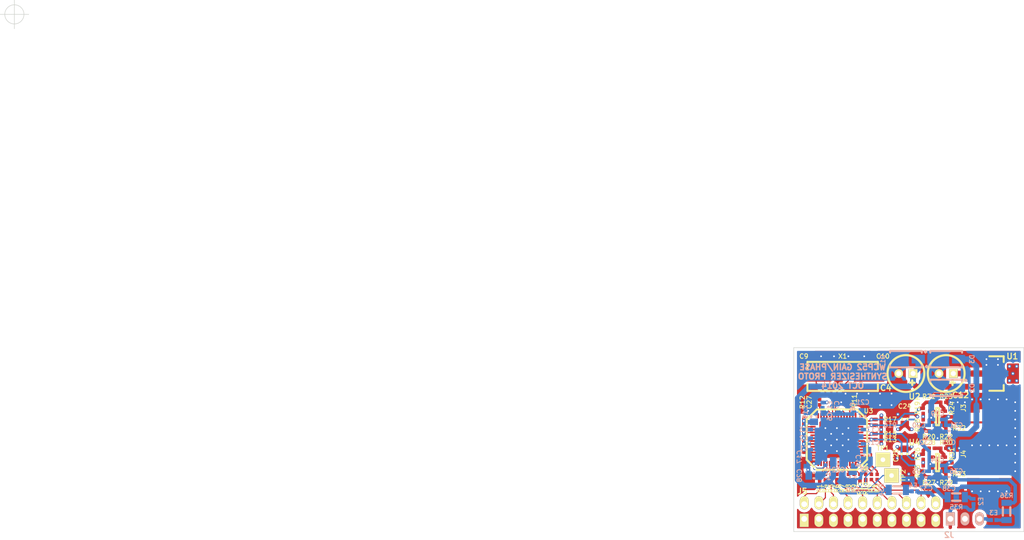
<source format=kicad_pcb>
(kicad_pcb (version 4) (host pcbnew "(2014-10-26 BZR 5226)-product")
  (layers (0 F.Cu signal hide) (1 In1.Cu signal hide) (2 In2.Cu signal hide) (31 B.Cu signal) (34 B.Paste user) (35 F.Paste user) (36 B.SilkS user) (37 F.SilkS user) (38 B.Mask user) (39 F.Mask user) (44 Edge.Cuts user))
  (net 0 "")
  (net 1 /+1v8A)
  (net 2 GND)
  (net 3 "Net-(C9-Pad1)")
  (net 4 "Net-(C10-Pad1)")
  (net 5 +3.3)
  (net 6 +1.8)
  (net 7 "Net-(C27-Pad1)")
  (net 8 "Net-(C27-Pad2)")
  (net 9 "Net-(E2-Pad2)")
  (net 10 /IO_UPDATE)
  (net 11 /MASTER_RESET)
  (net 12 /PWR_DWN_CTL)
  (net 13 /#CS)
  (net 14 /SCLK)
  (net 15 /SDIO_0)
  (net 16 /SDIO_1)
  (net 17 /SDIO_2)
  (net 18 /SDIO_3)
  (net 19 "Net-(R10-Pad1)")
  (net 20 "Net-(R10-Pad2)")
  (net 21 "Net-(U3-Pad1)")
  (net 22 "Net-(U3-Pad28)")
  (net 23 "Net-(U3-Pad32)")
  (net 24 "Net-(U3-Pad34)")
  (net 25 "Net-(U3-Pad38)")
  (net 26 "Net-(R11-Pad2)")
  (net 27 "Net-(R14-Pad1)")
  (net 28 "Net-(R14-Pad2)")
  (net 29 +5)
  (net 30 -5)
  (net 31 "Net-(E3-Pad2)")
  (net 32 "Net-(E4-Pad2)")
  (net 33 "Net-(J3-Pad1)")
  (net 34 "Net-(J4-Pad1)")
  (net 35 "Net-(J5-Pad12)")
  (net 36 "Net-(J5-Pad14)")
  (net 37 "Net-(J5-Pad16)")
  (net 38 "Net-(J5-Pad18)")
  (net 39 "Net-(J5-Pad10)")
  (net 40 "Net-(J5-Pad8)")
  (net 41 "Net-(J5-Pad6)")
  (net 42 "Net-(J5-Pad4)")
  (net 43 "Net-(J5-Pad2)")
  (net 44 "Net-(R20-Pad1)")
  (net 45 "Net-(R21-Pad1)")
  (net 46 "Net-(R27-Pad1)")
  (net 47 "Net-(R28-Pad1)")
  (net 48 "Net-(R22-Pad1)")
  (net 49 "Net-(R29-Pad1)")
  (net 50 /C0P)
  (net 51 /C0N)
  (net 52 /C1P)
  (net 53 /C1N)
  (net 54 "Net-(E2-Pad1)")
  (net 55 "Net-(E3-Pad1)")
  (net 56 "Net-(E4-Pad1)")
  (module conn:CONN-2_CONSMA001-SMD-G (layer F.Cu) (at 179.5 81 270)
    (fp_text reference J3 (at -2.5 4.5 450) (layer F.SilkS) (effects (font (size 0.8 0.8))))
    (fp_text value OUT0 hide)
    (pad 1 smd circle (at 0 0 270) (size 2.05 2.05) (layers F.Cu F.Paste F.Mask) (net 33 "Net-(J3-Pad1)"))
    (pad 2 smd rect (at -3.08 0 270) (size 1.6 7.76) (layers F.Cu F.Paste F.Mask) (net 2 GND))
    (pad 2 smd rect (at 3.08 0 270) (size 1.6 7.76) (layers F.Cu F.Paste F.Mask) (net 2 GND))
    (pad 2 smd rect (at -2.78 -2.78 270) (size 2.2 2.2) (layers F.Cu F.Paste F.Mask) (net 2 GND))
    (pad 2 smd rect (at 2.78 -2.78 270) (size 2.2 2.2) (layers F.Cu F.Paste F.Mask) (net 2 GND))
    (pad 2 smd rect (at -2.78 2.78 270) (size 2.2 2.2) (layers F.Cu F.Paste F.Mask) (net 2 GND))
    (pad 2 smd rect (at 2.78 2.78 270) (size 2.2 2.2) (layers F.Cu F.Paste F.Mask) (net 2 GND))
  )
  (module IPC7351-Nominal:XTAL1200X480X460 (layer F.Cu) (at 154 73)
    (fp_text reference X1 (at 0 -3.5) (layer F.SilkS) (effects (font (size 0.8 0.8))))
    (fp_text value "25 MHz" hide)
    (pad 1 smd rect (at -4.6 0) (size 5.3 1.8) (layers F.Cu F.Paste F.Mask) (net 3 "Net-(C9-Pad1)"))
    (pad 2 smd rect (at 4.6 0) (size 5.3 1.8) (layers F.Cu F.Paste F.Mask) (net 4 "Net-(C10-Pad1)"))
  )
  (module IPC7351-Nominal:RESC3216X60 (layer B.Cu) (at 163.5 92.75 180)
    (fp_text reference R34 (at 2.75 0 270) (layer B.SilkS) (effects (font (size 0.8 0.8)) (justify mirror)))
    (fp_text value 250mA hide)
    (pad 1 smd rect (at -1.5 0 180) (size 1.05 1.8) (layers B.Cu B.Paste B.Mask) (net 56 "Net-(E4-Pad1)"))
    (pad 2 smd rect (at 1.5 0 180) (size 1.05 1.8) (layers B.Cu B.Paste B.Mask) (net 5 +3.3))
  )
  (module passive:C-ALUM-6.3mm (layer F.Cu) (at 172 72.5 180)
    (fp_text reference C12 (at -2.5 -3.75 180) (layer F.SilkS) (effects (font (size 1.00076 1.00076) (thickness 0.2032))))
    (fp_text value 47u hide)
    (pad 1 thru_hole rect (at -1.24968 0 180) (size 1.524 1.524) (drill 0.889) (layers *.Cu *.Mask F.SilkS) (net 6 +1.8))
    (pad 2 thru_hole circle (at 1.24968 0 180) (size 1.524 1.524) (drill 0.889) (layers *.Cu *.Mask F.SilkS) (net 2 GND))
  )
  (module IPC7351-Nominal:DIOM5326X292 (layer B.Cu) (at 172 70)
    (fp_text reference D3 (at 4.5 0 90) (layer B.SilkS) (effects (font (size 0.8 0.8)) (justify mirror)))
    (fp_text value SS12 hide)
    (pad 1 smd rect (at -2.15 0) (size 2.3 1.5) (layers B.Cu B.Paste B.Mask) (net 2 GND))
    (pad 2 smd rect (at 2.15 0) (size 2.3 1.5) (layers B.Cu B.Paste B.Mask) (net 30 -5))
  )
  (module manuf:LFCSP_VQ_56_ADI (layer F.Cu) (at 153 84 180)
    (fp_text reference U3 (at -5.5 5 180) (layer F.SilkS) (effects (font (size 0.8 0.8))))
    (fp_text value AD9958 hide)
    (pad 1 smd rect (at -4.15 -3.25 180) (size 0.9 0.3) (layers F.Cu F.Paste F.Mask) (net 21 "Net-(U3-Pad1)"))
    (pad 2 smd rect (at -4.15 -2.75 180) (size 0.9 0.3) (layers F.Cu F.Paste F.Mask) (net 19 "Net-(R10-Pad1)"))
    (pad 3 smd rect (at -4.15 -2.25 180) (size 0.9 0.3) (layers F.Cu F.Paste F.Mask) (net 11 /MASTER_RESET))
    (pad 4 smd rect (at -4.15 -1.75 180) (size 0.9 0.3) (layers F.Cu F.Paste F.Mask) (net 12 /PWR_DWN_CTL))
    (pad 5 smd rect (at -4.15 -1.25 180) (size 0.9 0.3) (layers F.Cu F.Paste F.Mask) (net 1 /+1v8A))
    (pad 6 smd rect (at -4.15 -0.75 180) (size 0.9 0.3) (layers F.Cu F.Paste F.Mask) (net 2 GND))
    (pad 7 smd rect (at -4.15 -0.25 180) (size 0.9 0.3) (layers F.Cu F.Paste F.Mask) (net 1 /+1v8A))
    (pad 8 smd rect (at -4.15 0.25 180) (size 0.9 0.3) (layers F.Cu F.Paste F.Mask) (net 50 /C0P))
    (pad 9 smd rect (at -4.15 0.75 180) (size 0.9 0.3) (layers F.Cu F.Paste F.Mask) (net 51 /C0N))
    (pad 10 smd rect (at -4.15 1.25 180) (size 0.9 0.3) (layers F.Cu F.Paste F.Mask) (net 2 GND))
    (pad 11 smd rect (at -4.15 1.75 180) (size 0.9 0.3) (layers F.Cu F.Paste F.Mask) (net 1 /+1v8A))
    (pad 12 smd rect (at -4.15 2.25 180) (size 0.9 0.3) (layers F.Cu F.Paste F.Mask) (net 2 GND))
    (pad 13 smd rect (at -4.15 2.75 180) (size 0.9 0.3) (layers F.Cu F.Paste F.Mask) (net 52 /C1P))
    (pad 14 smd rect (at -4.15 3.25 180) (size 0.9 0.3) (layers F.Cu F.Paste F.Mask) (net 53 /C1N))
    (pad 15 smd rect (at -3.25 4.15 180) (size 0.3 0.9) (layers F.Cu F.Paste F.Mask) (net 1 /+1v8A))
    (pad 16 smd rect (at -2.75 4.15 180) (size 0.3 0.9) (layers F.Cu F.Paste F.Mask) (net 2 GND))
    (pad 17 smd rect (at -2.25 4.15 180) (size 0.3 0.9) (layers F.Cu F.Paste F.Mask) (net 26 "Net-(R11-Pad2)"))
    (pad 18 smd rect (at -1.75 4.15 180) (size 0.3 0.9) (layers F.Cu F.Paste F.Mask) (net 2 GND))
    (pad 19 smd rect (at -1.25 4.15 180) (size 0.3 0.9) (layers F.Cu F.Paste F.Mask) (net 1 /+1v8A))
    (pad 20 smd rect (at -0.75 4.15 180) (size 0.3 0.9) (layers F.Cu F.Paste F.Mask) (net 2 GND))
    (pad 21 smd rect (at -0.25 4.15 180) (size 0.3 0.9) (layers F.Cu F.Paste F.Mask) (net 1 /+1v8A))
    (pad 22 smd rect (at 0.25 4.15 180) (size 0.3 0.9) (layers F.Cu F.Paste F.Mask) (net 4 "Net-(C10-Pad1)"))
    (pad 23 smd rect (at 0.75 4.15 180) (size 0.3 0.9) (layers F.Cu F.Paste F.Mask) (net 3 "Net-(C9-Pad1)"))
    (pad 24 smd rect (at 1.25 4.15 180) (size 0.3 0.9) (layers F.Cu F.Paste F.Mask) (net 1 /+1v8A))
    (pad 25 smd rect (at 1.75 4.15 180) (size 0.3 0.9) (layers F.Cu F.Paste F.Mask) (net 2 GND))
    (pad 26 smd rect (at 2.25 4.15 180) (size 0.3 0.9) (layers F.Cu F.Paste F.Mask) (net 1 /+1v8A))
    (pad 27 smd rect (at 2.75 4.15 180) (size 0.3 0.9) (layers F.Cu F.Paste F.Mask) (net 7 "Net-(C27-Pad1)"))
    (pad 28 smd rect (at 3.25 4.15 180) (size 0.3 0.9) (layers F.Cu F.Paste F.Mask) (net 22 "Net-(U3-Pad28)"))
    (pad 29 smd rect (at 4.15 3.25 180) (size 0.9 0.3) (layers F.Cu F.Paste F.Mask) (net 1 /+1v8A))
    (pad 30 smd rect (at 4.15 2.75 180) (size 0.9 0.3) (layers F.Cu F.Paste F.Mask) (net 1 /+1v8A))
    (pad 31 smd rect (at 4.15 2.25 180) (size 0.9 0.3) (layers F.Cu F.Paste F.Mask) (net 1 /+1v8A))
    (pad 32 smd rect (at 4.15 1.75 180) (size 0.9 0.3) (layers F.Cu F.Paste F.Mask) (net 23 "Net-(U3-Pad32)"))
    (pad 33 smd rect (at 4.15 1.25 180) (size 0.9 0.3) (layers F.Cu F.Paste F.Mask) (net 1 /+1v8A))
    (pad 34 smd rect (at 4.15 0.75 180) (size 0.9 0.3) (layers F.Cu F.Paste F.Mask) (net 24 "Net-(U3-Pad34)"))
    (pad 35 smd rect (at 4.15 0.25 180) (size 0.9 0.3) (layers F.Cu F.Paste F.Mask) (net 1 /+1v8A))
    (pad 36 smd rect (at 4.15 -0.25 180) (size 0.9 0.3) (layers F.Cu F.Paste F.Mask) (net 1 /+1v8A))
    (pad 37 smd rect (at 4.15 -0.75 180) (size 0.9 0.3) (layers F.Cu F.Paste F.Mask) (net 1 /+1v8A))
    (pad 38 smd rect (at 4.15 -1.25 180) (size 0.9 0.3) (layers F.Cu F.Paste F.Mask) (net 25 "Net-(U3-Pad38)"))
    (pad 39 smd rect (at 4.15 -1.75 180) (size 0.9 0.3) (layers F.Cu F.Paste F.Mask) (net 1 /+1v8A))
    (pad 40 smd rect (at 4.15 -2.25 180) (size 0.9 0.3) (layers F.Cu F.Paste F.Mask) (net 2 GND))
    (pad 41 smd rect (at 4.15 -2.75 180) (size 0.9 0.3) (layers F.Cu F.Paste F.Mask) (net 2 GND))
    (pad 42 smd rect (at 4.15 -3.25 180) (size 0.9 0.3) (layers F.Cu F.Paste F.Mask) (net 2 GND))
    (pad 43 smd rect (at 3.25 -4.15 180) (size 0.3 0.9) (layers F.Cu F.Paste F.Mask) (net 2 GND))
    (pad 44 smd rect (at 2.75 -4.15 180) (size 0.3 0.9) (layers F.Cu F.Paste F.Mask) (net 2 GND))
    (pad 45 smd rect (at 2.25 -4.15 180) (size 0.3 0.9) (layers F.Cu F.Paste F.Mask) (net 6 +1.8))
    (pad 46 smd rect (at 1.75 -4.15 180) (size 0.3 0.9) (layers F.Cu F.Paste F.Mask) (net 10 /IO_UPDATE))
    (pad 47 smd rect (at 1.25 -4.15 180) (size 0.3 0.9) (layers F.Cu F.Paste F.Mask) (net 13 /#CS))
    (pad 48 smd rect (at 0.75 -4.15 180) (size 0.3 0.9) (layers F.Cu F.Paste F.Mask) (net 14 /SCLK))
    (pad 49 smd rect (at 0.25 -4.15 180) (size 0.3 0.9) (layers F.Cu F.Paste F.Mask) (net 5 +3.3))
    (pad 50 smd rect (at -0.25 -4.15 180) (size 0.3 0.9) (layers F.Cu F.Paste F.Mask) (net 15 /SDIO_0))
    (pad 51 smd rect (at -0.75 -4.15 180) (size 0.3 0.9) (layers F.Cu F.Paste F.Mask) (net 16 /SDIO_1))
    (pad 52 smd rect (at -1.25 -4.15 180) (size 0.3 0.9) (layers F.Cu F.Paste F.Mask) (net 17 /SDIO_2))
    (pad 53 smd rect (at -1.75 -4.15 180) (size 0.3 0.9) (layers F.Cu F.Paste F.Mask) (net 18 /SDIO_3))
    (pad 54 smd rect (at -2.25 -4.15 180) (size 0.3 0.9) (layers F.Cu F.Paste F.Mask) (net 28 "Net-(R14-Pad2)"))
    (pad 55 smd rect (at -2.75 -4.15 180) (size 0.3 0.9) (layers F.Cu F.Paste F.Mask) (net 6 +1.8))
    (pad 56 smd rect (at -3.25 -4.15 180) (size 0.3 0.9) (layers F.Cu F.Paste F.Mask) (net 2 GND))
    (pad 57 smd rect (at 0 0 180) (size 6.1 6.1) (layers F.Cu F.Mask) (net 2 GND))
  )
  (module IPC7351-Nominal:RESC1005X40 (layer F.Cu) (at 155 90.5 270)
    (fp_text reference R8 (at 2 0 270) (layer F.SilkS) (effects (font (size 0.8 0.8))))
    (fp_text value 100 hide)
    (pad 1 smd rect (at -0.45 0 270) (size 0.6 0.6) (layers F.Cu F.Paste F.Mask) (net 17 /SDIO_2))
    (pad 2 smd rect (at 0.45 0 270) (size 0.6 0.6) (layers F.Cu F.Paste F.Mask) (net 35 "Net-(J5-Pad12)"))
  )
  (module IPC7351-Nominal:RESC1005X40 (layer F.Cu) (at 155 77.5 270)
    (fp_text reference R11 (at -0.25 -1.05 270) (layer F.SilkS) (effects (font (size 0.8 0.8))))
    (fp_text value 1k91 hide)
    (pad 1 smd rect (at -0.45 0 270) (size 0.6 0.6) (layers F.Cu F.Paste F.Mask) (net 2 GND))
    (pad 2 smd rect (at 0.45 0 270) (size 0.6 0.6) (layers F.Cu F.Paste F.Mask) (net 26 "Net-(R11-Pad2)"))
  )
  (module conn:CONN_3-SIL (layer B.Cu) (at 175.26 97.79)
    (fp_text reference J2 (at -2.76 2.79) (layer B.SilkS) (effects (font (size 1.00076 1.00076) (thickness 0.2032)) (justify mirror)))
    (fp_text value 5V hide)
    (pad 1 thru_hole rect (at -2.54 0) (size 1.524 2.286) (drill 1.016) (layers *.Cu *.Mask B.SilkS) (net 9 "Net-(E2-Pad2)"))
    (pad 2 thru_hole oval (at 0 0) (size 1.524 2.286) (drill 1.016) (layers *.Cu *.Mask B.SilkS) (net 2 GND))
    (pad 3 thru_hole oval (at 2.54 0) (size 1.524 2.286) (drill 1.016) (layers *.Cu *.Mask B.SilkS) (net 31 "Net-(E3-Pad2)"))
  )
  (module conn:CONN_20-DIL (layer F.Cu) (at 158.75 96.52)
    (fp_text reference J5 (at -11.75 -3.52) (layer F.SilkS) (effects (font (size 1.00076 1.00076) (thickness 0.2032))))
    (fp_text value HEAD-M10X2 hide)
    (pad 12 thru_hole oval (at 1.27 -1.27) (size 1.524 2.286) (drill 1.016 (offset 0 -0.254)) (layers *.Cu *.Mask F.SilkS) (net 35 "Net-(J5-Pad12)"))
    (pad 14 thru_hole oval (at 3.81 -1.27) (size 1.524 2.286) (drill 1.016 (offset 0 -0.254)) (layers *.Cu *.Mask F.SilkS) (net 36 "Net-(J5-Pad14)"))
    (pad 16 thru_hole oval (at 6.35 -1.27) (size 1.524 2.286) (drill 1.016 (offset 0 -0.254)) (layers *.Cu *.Mask F.SilkS) (net 37 "Net-(J5-Pad16)"))
    (pad 18 thru_hole oval (at 8.89 -1.27) (size 1.524 2.286) (drill 1.016 (offset 0 -0.254)) (layers *.Cu *.Mask F.SilkS) (net 38 "Net-(J5-Pad18)"))
    (pad 17 thru_hole oval (at 8.89 1.27) (size 1.524 2.286) (drill 1.016 (offset 0 0.254)) (layers *.Cu *.Mask F.SilkS) (net 2 GND))
    (pad 15 thru_hole oval (at 6.35 1.27) (size 1.524 2.286) (drill 1.016 (offset 0 0.254)) (layers *.Cu *.Mask F.SilkS) (net 2 GND))
    (pad 13 thru_hole oval (at 3.81 1.27) (size 1.524 2.286) (drill 1.016 (offset 0 0.254)) (layers *.Cu *.Mask F.SilkS) (net 2 GND))
    (pad 11 thru_hole oval (at 1.27 1.27) (size 1.524 2.286) (drill 1.016 (offset 0 0.254)) (layers *.Cu *.Mask F.SilkS) (net 2 GND))
    (pad 19 thru_hole oval (at 11.43 1.27) (size 1.524 2.286) (drill 1.016 (offset 0 0.254)) (layers *.Cu *.Mask F.SilkS) (net 2 GND))
    (pad 20 thru_hole oval (at 11.43 -1.27) (size 1.524 2.286) (drill 1.016 (offset 0 -0.254)) (layers *.Cu *.Mask F.SilkS) (net 32 "Net-(E4-Pad2)"))
    (pad 10 thru_hole oval (at -1.27 -1.27) (size 1.524 2.286) (drill 1.016 (offset 0 -0.254)) (layers *.Cu *.Mask F.SilkS) (net 39 "Net-(J5-Pad10)"))
    (pad 9 thru_hole oval (at -1.27 1.27) (size 1.524 2.286) (drill 1.016 (offset 0 0.254)) (layers *.Cu *.Mask F.SilkS) (net 2 GND))
    (pad 1 thru_hole rect (at -11.43 1.27) (size 1.524 2.286) (drill 1.016 (offset 0 0.254)) (layers *.Cu *.Mask F.SilkS) (net 2 GND))
    (pad 3 thru_hole oval (at -8.89 1.27) (size 1.524 2.286) (drill 1.016 (offset 0 0.254)) (layers *.Cu *.Mask F.SilkS) (net 2 GND))
    (pad 5 thru_hole oval (at -6.35 1.27) (size 1.524 2.286) (drill 1.016 (offset 0 0.254)) (layers *.Cu *.Mask F.SilkS) (net 2 GND))
    (pad 7 thru_hole oval (at -3.81 1.27) (size 1.524 2.286) (drill 1.016 (offset 0 0.254)) (layers *.Cu *.Mask F.SilkS) (net 2 GND))
    (pad 8 thru_hole oval (at -3.81 -1.27) (size 1.524 2.286) (drill 1.016 (offset 0 -0.254)) (layers *.Cu *.Mask F.SilkS) (net 40 "Net-(J5-Pad8)"))
    (pad 6 thru_hole oval (at -6.35 -1.27) (size 1.524 2.286) (drill 1.016 (offset 0 -0.254)) (layers *.Cu *.Mask F.SilkS) (net 41 "Net-(J5-Pad6)"))
    (pad 4 thru_hole oval (at -8.89 -1.27) (size 1.524 2.286) (drill 1.016 (offset 0 -0.254)) (layers *.Cu *.Mask F.SilkS) (net 42 "Net-(J5-Pad4)"))
    (pad 2 thru_hole oval (at -11.43 -1.27) (size 1.524 2.286) (drill 1.016 (offset 0 -0.254)) (layers *.Cu *.Mask F.SilkS) (net 43 "Net-(J5-Pad2)"))
  )
  (module passive:C-ALUM-6.3mm (layer F.Cu) (at 165 72.5 180)
    (fp_text reference C4 (at 3.5 -2.5 180) (layer F.SilkS) (effects (font (size 1.00076 1.00076) (thickness 0.2032))))
    (fp_text value 47u hide)
    (pad 1 thru_hole rect (at -1.24968 0 180) (size 1.524 1.524) (drill 0.889) (layers *.Cu *.Mask F.SilkS) (net 5 +3.3))
    (pad 2 thru_hole circle (at 1.24968 0 180) (size 1.524 1.524) (drill 0.889) (layers *.Cu *.Mask F.SilkS) (net 2 GND))
  )
  (module IPC-semi-nominal:SOT-23-5 (layer F.Cu) (at 170.5 80 180)
    (fp_text reference U2 (at 4 3.5 360) (layer F.SilkS) (effects (font (thickness 0.2))))
    (fp_text value LMH6714 hide)
    (pad 1 smd rect (at -1.1 -0.95 180) (size 1.1 0.6) (layers F.Cu F.Paste F.Mask) (net 48 "Net-(R22-Pad1)"))
    (pad 3 smd rect (at -1.1 0.95 180) (size 1.1 0.6) (layers F.Cu F.Paste F.Mask) (net 45 "Net-(R21-Pad1)"))
    (pad 2 smd rect (at -1.1 0 180) (size 1.1 0.6) (layers F.Cu F.Paste F.Mask) (net 30 -5))
    (pad 4 smd rect (at 1.1 0.95 180) (size 1.1 0.6) (layers F.Cu F.Paste F.Mask) (net 44 "Net-(R20-Pad1)"))
    (pad 5 smd rect (at 1.1 -0.95 180) (size 1.1 0.6) (layers F.Cu F.Paste F.Mask) (net 29 +5))
  )
  (module IPC7351-Nominal:CAPC1005X55 (layer B.Cu) (at 149 85.75)
    (fp_text reference C1 (at -1.75 -0.25) (layer B.SilkS) (effects (font (size 0.8 0.8)) (justify mirror)))
    (fp_text value 1n hide)
    (pad 1 smd rect (at -0.45 0) (size 0.65 0.6) (layers B.Cu B.Paste B.Mask) (net 1 /+1v8A))
    (pad 2 smd rect (at 0.45 0) (size 0.65 0.6) (layers B.Cu B.Paste B.Mask) (net 2 GND))
  )
  (module IPC7351-Nominal:CAPC1005X55 (layer B.Cu) (at 149 83.75)
    (fp_text reference C2 (at -1.75 0) (layer B.SilkS) (effects (font (size 0.8 0.8)) (justify mirror)))
    (fp_text value 1n hide)
    (pad 1 smd rect (at -0.45 0) (size 0.65 0.6) (layers B.Cu B.Paste B.Mask) (net 1 /+1v8A))
    (pad 2 smd rect (at 0.45 0) (size 0.65 0.6) (layers B.Cu B.Paste B.Mask) (net 2 GND))
  )
  (module IPC7351-Nominal:CAPC1005X55 (layer B.Cu) (at 149 82.25)
    (fp_text reference C3 (at -1.75 0) (layer B.SilkS) (effects (font (size 0.8 0.8)) (justify mirror)))
    (fp_text value 1n hide)
    (pad 1 smd rect (at -0.45 0) (size 0.65 0.6) (layers B.Cu B.Paste B.Mask) (net 1 /+1v8A))
    (pad 2 smd rect (at 0.45 0) (size 0.65 0.6) (layers B.Cu B.Paste B.Mask) (net 2 GND))
  )
  (module IPC7351-Nominal:CAPC1005X55 (layer B.Cu) (at 150.5 80 270)
    (fp_text reference C6 (at 0 -1.25 270) (layer B.SilkS) (effects (font (size 0.8 0.8)) (justify mirror)))
    (fp_text value 1n hide)
    (pad 1 smd rect (at -0.45 0 270) (size 0.65 0.6) (layers B.Cu B.Paste B.Mask) (net 1 /+1v8A))
    (pad 2 smd rect (at 0.45 0 270) (size 0.65 0.6) (layers B.Cu B.Paste B.Mask) (net 2 GND))
  )
  (module IPC7351-Nominal:CAPC1005X55 (layer B.Cu) (at 153 80 270)
    (fp_text reference C7 (at -2 0 270) (layer B.SilkS) (effects (font (size 0.8 0.8)) (justify mirror)))
    (fp_text value 1n hide)
    (pad 1 smd rect (at -0.45 0 270) (size 0.65 0.6) (layers B.Cu B.Paste B.Mask) (net 1 /+1v8A))
    (pad 2 smd rect (at 0.45 0 270) (size 0.65 0.6) (layers B.Cu B.Paste B.Mask) (net 2 GND))
  )
  (module IPC7351-Nominal:CAPC1005X55 (layer B.Cu) (at 155.75 80 270)
    (fp_text reference C8 (at -1.75 0 270) (layer B.SilkS) (effects (font (size 0.8 0.8)) (justify mirror)))
    (fp_text value 1n hide)
    (pad 1 smd rect (at -0.45 0 270) (size 0.65 0.6) (layers B.Cu B.Paste B.Mask) (net 1 /+1v8A))
    (pad 2 smd rect (at 0.45 0 270) (size 0.65 0.6) (layers B.Cu B.Paste B.Mask) (net 2 GND))
  )
  (module IPC7351-Nominal:CAPC1005X55 (layer F.Cu) (at 149 69.5)
    (fp_text reference C9 (at -1.75 0) (layer F.SilkS) (effects (font (size 0.8 0.8))))
    (fp_text value 15p hide)
    (pad 1 smd rect (at -0.45 0) (size 0.65 0.6) (layers F.Cu F.Paste F.Mask) (net 3 "Net-(C9-Pad1)"))
    (pad 2 smd rect (at 0.45 0) (size 0.65 0.6) (layers F.Cu F.Paste F.Mask) (net 2 GND))
  )
  (module IPC7351-Nominal:CAPC1005X55 (layer F.Cu) (at 159 69.5 180)
    (fp_text reference C10 (at -2 0 180) (layer F.SilkS) (effects (font (size 0.8 0.8))))
    (fp_text value 15p hide)
    (pad 1 smd rect (at -0.45 0 180) (size 0.65 0.6) (layers F.Cu F.Paste F.Mask) (net 4 "Net-(C10-Pad1)"))
    (pad 2 smd rect (at 0.45 0 180) (size 0.65 0.6) (layers F.Cu F.Paste F.Mask) (net 2 GND))
  )
  (module IPC7351-Nominal:CAPC1005X55 (layer B.Cu) (at 157 82.25 180)
    (fp_text reference C13 (at -2.25 0 180) (layer B.SilkS) (effects (font (size 0.8 0.8)) (justify mirror)))
    (fp_text value 1n hide)
    (pad 1 smd rect (at -0.45 0 180) (size 0.65 0.6) (layers B.Cu B.Paste B.Mask) (net 1 /+1v8A))
    (pad 2 smd rect (at 0.45 0 180) (size 0.65 0.6) (layers B.Cu B.Paste B.Mask) (net 2 GND))
  )
  (module IPC7351-Nominal:CAPC1005X55 (layer B.Cu) (at 151 88 90)
    (fp_text reference C14 (at -2 0.5 90) (layer B.SilkS) (effects (font (size 0.8 0.8)) (justify mirror)))
    (fp_text value 1n hide)
    (pad 1 smd rect (at -0.45 0 90) (size 0.65 0.6) (layers B.Cu B.Paste B.Mask) (net 6 +1.8))
    (pad 2 smd rect (at 0.45 0 90) (size 0.65 0.6) (layers B.Cu B.Paste B.Mask) (net 2 GND))
  )
  (module IPC7351-Nominal:CAPC1005X55 (layer B.Cu) (at 157 84.75 180)
    (fp_text reference C15 (at -2.25 0.25 180) (layer B.SilkS) (effects (font (size 0.8 0.8)) (justify mirror)))
    (fp_text value 1n hide)
    (pad 1 smd rect (at -0.45 0 180) (size 0.65 0.6) (layers B.Cu B.Paste B.Mask) (net 1 /+1v8A))
    (pad 2 smd rect (at 0.45 0 180) (size 0.65 0.6) (layers B.Cu B.Paste B.Mask) (net 2 GND))
  )
  (module IPC7351-Nominal:CAPC1005X55 (layer B.Cu) (at 155.75 88 90)
    (fp_text reference C16 (at 0.25 1 90) (layer B.SilkS) (effects (font (size 0.8 0.8)) (justify mirror)))
    (fp_text value 1n hide)
    (pad 1 smd rect (at -0.45 0 90) (size 0.65 0.6) (layers B.Cu B.Paste B.Mask) (net 6 +1.8))
    (pad 2 smd rect (at 0.45 0 90) (size 0.65 0.6) (layers B.Cu B.Paste B.Mask) (net 2 GND))
  )
  (module IPC7351-Nominal:CAPC2012X70 (layer B.Cu) (at 149 87)
    (fp_text reference C17 (at -2.5 0 90) (layer B.SilkS) (effects (font (size 0.8 0.8)) (justify mirror)))
    (fp_text value 220n hide)
    (pad 1 smd rect (at -0.9 0) (size 1.15 1.45) (layers B.Cu B.Paste B.Mask) (net 1 /+1v8A))
    (pad 2 smd rect (at 0.9 0) (size 1.15 1.45) (layers B.Cu B.Paste B.Mask) (net 2 GND))
  )
  (module IPC7351-Nominal:CAPC2012X70 (layer B.Cu) (at 149 80 90)
    (fp_text reference C19 (at 0.75 -1.5 270) (layer B.SilkS) (effects (font (size 0.8 0.8)) (justify mirror)))
    (fp_text value 220n hide)
    (pad 1 smd rect (at -0.9 0 90) (size 1.15 1.45) (layers B.Cu B.Paste B.Mask) (net 1 /+1v8A))
    (pad 2 smd rect (at 0.9 0 90) (size 1.15 1.45) (layers B.Cu B.Paste B.Mask) (net 2 GND))
  )
  (module IPC7351-Nominal:CAPC2012X70 (layer B.Cu) (at 155.75 90.5 270)
    (fp_text reference C20 (at 2.25 0 360) (layer B.SilkS) (effects (font (size 0.8 0.8)) (justify mirror)))
    (fp_text value 220n hide)
    (pad 1 smd rect (at -0.9 0 270) (size 1.15 1.45) (layers B.Cu B.Paste B.Mask) (net 6 +1.8))
    (pad 2 smd rect (at 0.9 0 270) (size 1.15 1.45) (layers B.Cu B.Paste B.Mask) (net 2 GND))
  )
  (module IPC7351-Nominal:CAPC2012X70 (layer B.Cu) (at 157.5 80 270)
    (fp_text reference C21 (at -2.5 0 360) (layer B.SilkS) (effects (font (size 0.8 0.8)) (justify mirror)))
    (fp_text value 220n hide)
    (pad 1 smd rect (at -0.9 0 270) (size 1.15 1.45) (layers B.Cu B.Paste B.Mask) (net 1 /+1v8A))
    (pad 2 smd rect (at 0.9 0 270) (size 1.15 1.45) (layers B.Cu B.Paste B.Mask) (net 2 GND))
  )
  (module IPC7351-Nominal:CAPC2012X70 (layer B.Cu) (at 153.25 87.75)
    (fp_text reference C22 (at 0 1.5) (layer B.SilkS) (effects (font (size 0.8 0.8)) (justify mirror)))
    (fp_text value 220n hide)
    (pad 1 smd rect (at -0.9 0) (size 1.15 1.45) (layers B.Cu B.Paste B.Mask) (net 5 +3.3))
    (pad 2 smd rect (at 0.9 0) (size 1.15 1.45) (layers B.Cu B.Paste B.Mask) (net 2 GND))
  )
  (module IPC7351-Nominal:CAPC2012X70 (layer B.Cu) (at 158.25 86.75 270)
    (fp_text reference C23 (at 2.5 0 540) (layer B.SilkS) (effects (font (size 0.8 0.8)) (justify mirror)))
    (fp_text value 220n hide)
    (pad 1 smd rect (at -0.9 0 270) (size 1.15 1.45) (layers B.Cu B.Paste B.Mask) (net 1 /+1v8A))
    (pad 2 smd rect (at 0.9 0 270) (size 1.15 1.45) (layers B.Cu B.Paste B.Mask) (net 2 GND))
  )
  (module IPC7351-Nominal:CAPC2012X70 (layer F.Cu) (at 164.8 80.4 90)
    (fp_text reference C24 (at 2.2 0 180) (layer F.SilkS) (effects (font (size 0.8 0.8))))
    (fp_text value 220n hide)
    (pad 1 smd rect (at -0.9 0 90) (size 1.15 1.45) (layers F.Cu F.Paste F.Mask) (net 1 /+1v8A))
    (pad 2 smd rect (at 0.9 0 90) (size 1.15 1.45) (layers F.Cu F.Paste F.Mask) (net 2 GND))
  )
  (module IPC7351-Nominal:CAPC2012X70 (layer F.Cu) (at 164.75 86.5 270)
    (fp_text reference C25 (at 0.25 1.5 270) (layer F.SilkS) (effects (font (size 0.8 0.8))))
    (fp_text value 220n hide)
    (pad 1 smd rect (at -0.9 0 270) (size 1.15 1.45) (layers F.Cu F.Paste F.Mask) (net 1 /+1v8A))
    (pad 2 smd rect (at 0.9 0 270) (size 1.15 1.45) (layers F.Cu F.Paste F.Mask) (net 2 GND))
  )
  (module IPC7351-Nominal:CAPC1005X55 (layer F.Cu) (at 150 77.5 90)
    (fp_text reference C27 (at 0 -1.8 90) (layer F.SilkS) (effects (font (size 0.8 0.8))))
    (fp_text value 680p hide)
    (pad 1 smd rect (at -0.45 0 90) (size 0.65 0.6) (layers F.Cu F.Paste F.Mask) (net 7 "Net-(C27-Pad1)"))
    (pad 2 smd rect (at 0.45 0 90) (size 0.65 0.6) (layers F.Cu F.Paste F.Mask) (net 8 "Net-(C27-Pad2)"))
  )
  (module IPC7351-Nominal:CAPC2012X70 (layer B.Cu) (at 149 90.25)
    (fp_text reference C28 (at -2.5 0 90) (layer B.SilkS) (effects (font (size 0.8 0.8)) (justify mirror)))
    (fp_text value 220n hide)
    (pad 1 smd rect (at -0.9 0) (size 1.15 1.45) (layers B.Cu B.Paste B.Mask) (net 1 /+1v8A))
    (pad 2 smd rect (at 0.9 0) (size 1.15 1.45) (layers B.Cu B.Paste B.Mask) (net 2 GND))
  )
  (module IPC7351-Nominal:CAPC1005X55 (layer B.Cu) (at 170.5 80.5)
    (fp_text reference C29 (at 0 -1) (layer B.SilkS) (effects (font (size 0.8 0.8)) (justify mirror)))
    (fp_text value 100n hide)
    (pad 1 smd rect (at -0.45 0) (size 0.65 0.6) (layers B.Cu B.Paste B.Mask) (net 29 +5))
    (pad 2 smd rect (at 0.45 0) (size 0.65 0.6) (layers B.Cu B.Paste B.Mask) (net 30 -5))
  )
  (module IPC7351-Nominal:CAPC1005X55 (layer B.Cu) (at 169.5 81.5)
    (fp_text reference C30 (at -2.25 0) (layer B.SilkS) (effects (font (size 0.8 0.8)) (justify mirror)))
    (fp_text value 10n hide)
    (pad 1 smd rect (at -0.45 0) (size 0.65 0.6) (layers B.Cu B.Paste B.Mask) (net 29 +5))
    (pad 2 smd rect (at 0.45 0) (size 0.65 0.6) (layers B.Cu B.Paste B.Mask) (net 2 GND))
  )
  (module IPC7351-Nominal:CAPC1005X55 (layer B.Cu) (at 171.5 81.5)
    (fp_text reference C31 (at 2.25 0) (layer B.SilkS) (effects (font (size 0.8 0.8)) (justify mirror)))
    (fp_text value 10n hide)
    (pad 1 smd rect (at -0.45 0) (size 0.65 0.6) (layers B.Cu B.Paste B.Mask) (net 2 GND))
    (pad 2 smd rect (at 0.45 0) (size 0.65 0.6) (layers B.Cu B.Paste B.Mask) (net 30 -5))
  )
  (module IPC7351-Nominal:CAPC2012X70 (layer B.Cu) (at 168.5 83)
    (fp_text reference C32 (at 0 1.5) (layer B.SilkS) (effects (font (size 0.8 0.8)) (justify mirror)))
    (fp_text value 10u hide)
    (pad 1 smd rect (at -0.9 0) (size 1.15 1.45) (layers B.Cu B.Paste B.Mask) (net 29 +5))
    (pad 2 smd rect (at 0.9 0) (size 1.15 1.45) (layers B.Cu B.Paste B.Mask) (net 2 GND))
  )
  (module IPC7351-Nominal:CAPC1005X55 (layer B.Cu) (at 170.5 88.5)
    (fp_text reference C34 (at 0 -1) (layer B.SilkS) (effects (font (size 0.8 0.8)) (justify mirror)))
    (fp_text value 100n hide)
    (pad 1 smd rect (at -0.45 0) (size 0.65 0.6) (layers B.Cu B.Paste B.Mask) (net 29 +5))
    (pad 2 smd rect (at 0.45 0) (size 0.65 0.6) (layers B.Cu B.Paste B.Mask) (net 30 -5))
  )
  (module IPC7351-Nominal:CAPC1005X55 (layer B.Cu) (at 169.5 89.5)
    (fp_text reference C35 (at -2.25 0) (layer B.SilkS) (effects (font (size 0.8 0.8)) (justify mirror)))
    (fp_text value 10n hide)
    (pad 1 smd rect (at -0.45 0) (size 0.65 0.6) (layers B.Cu B.Paste B.Mask) (net 29 +5))
    (pad 2 smd rect (at 0.45 0) (size 0.65 0.6) (layers B.Cu B.Paste B.Mask) (net 2 GND))
  )
  (module IPC7351-Nominal:CAPC1005X55 (layer B.Cu) (at 171.5 89.5)
    (fp_text reference C36 (at 2.25 0) (layer B.SilkS) (effects (font (size 0.8 0.8)) (justify mirror)))
    (fp_text value 10n hide)
    (pad 1 smd rect (at -0.45 0) (size 0.65 0.6) (layers B.Cu B.Paste B.Mask) (net 2 GND))
    (pad 2 smd rect (at 0.45 0) (size 0.65 0.6) (layers B.Cu B.Paste B.Mask) (net 30 -5))
  )
  (module IPC7351-Nominal:CAPC2012X70 (layer B.Cu) (at 168.5 91)
    (fp_text reference C37 (at 0 1.5) (layer B.SilkS) (effects (font (size 0.8 0.8)) (justify mirror)))
    (fp_text value 10u hide)
    (pad 1 smd rect (at -0.9 0) (size 1.15 1.45) (layers B.Cu B.Paste B.Mask) (net 29 +5))
    (pad 2 smd rect (at 0.9 0) (size 1.15 1.45) (layers B.Cu B.Paste B.Mask) (net 2 GND))
  )
  (module IPC7351-Nominal:INDC1005X60 (layer B.Cu) (at 150.5 78 90)
    (fp_text reference E1 (at 0 1.25 90) (layer B.SilkS) (effects (font (size 0.8 0.8)) (justify mirror)))
    (fp_text value 600 hide)
    (pad 1 smd rect (at -0.45 0 90) (size 0.65 0.7) (layers B.Cu B.Paste B.Mask) (net 1 /+1v8A))
    (pad 2 smd rect (at 0.45 0 90) (size 0.65 0.7) (layers B.Cu B.Paste B.Mask) (net 6 +1.8))
  )
  (module IPC7351-Nominal:INDC1005X60 (layer B.Cu) (at 176.75 94.75 270)
    (fp_text reference E2 (at 0 -1.27 270) (layer B.SilkS) (effects (font (size 0.8 0.8)) (justify mirror)))
    (fp_text value 600 hide)
    (pad 1 smd rect (at -0.45 0 270) (size 0.65 0.7) (layers B.Cu B.Paste B.Mask) (net 54 "Net-(E2-Pad1)"))
    (pad 2 smd rect (at 0.45 0 270) (size 0.65 0.7) (layers B.Cu B.Paste B.Mask) (net 9 "Net-(E2-Pad2)"))
  )
  (module IPC7351-Nominal:INDC1005X60 (layer B.Cu) (at 180.25 98 180)
    (fp_text reference E3 (at 0 1.25 180) (layer B.SilkS) (effects (font (size 0.8 0.8)) (justify mirror)))
    (fp_text value 600 hide)
    (pad 1 smd rect (at -0.45 0 180) (size 0.65 0.7) (layers B.Cu B.Paste B.Mask) (net 55 "Net-(E3-Pad1)"))
    (pad 2 smd rect (at 0.45 0 180) (size 0.65 0.7) (layers B.Cu B.Paste B.Mask) (net 31 "Net-(E3-Pad2)"))
  )
  (module IPC7351-Nominal:INDC1005X60 (layer B.Cu) (at 166.5 93)
    (fp_text reference E4 (at -0.25 -1) (layer B.SilkS) (effects (font (size 0.8 0.8)) (justify mirror)))
    (fp_text value 600 hide)
    (pad 1 smd rect (at -0.45 0) (size 0.65 0.7) (layers B.Cu B.Paste B.Mask) (net 56 "Net-(E4-Pad1)"))
    (pad 2 smd rect (at 0.45 0) (size 0.65 0.7) (layers B.Cu B.Paste B.Mask) (net 32 "Net-(E4-Pad2)"))
  )
  (module conn:CONN-2_CONSMA001-SMD-G (layer F.Cu) (at 179.5 89 270)
    (fp_text reference J4 (at -2.5 4.5 450) (layer F.SilkS) (effects (font (size 0.8 0.8))))
    (fp_text value OUT1 hide)
    (pad 1 smd circle (at 0 0 270) (size 2.05 2.05) (layers F.Cu F.Paste F.Mask) (net 34 "Net-(J4-Pad1)"))
    (pad 2 smd rect (at -3.08 0 270) (size 1.6 7.76) (layers F.Cu F.Paste F.Mask) (net 2 GND))
    (pad 2 smd rect (at 3.08 0 270) (size 1.6 7.76) (layers F.Cu F.Paste F.Mask) (net 2 GND))
    (pad 2 smd rect (at -2.78 -2.78 270) (size 2.2 2.2) (layers F.Cu F.Paste F.Mask) (net 2 GND))
    (pad 2 smd rect (at 2.78 -2.78 270) (size 2.2 2.2) (layers F.Cu F.Paste F.Mask) (net 2 GND))
    (pad 2 smd rect (at -2.78 2.78 270) (size 2.2 2.2) (layers F.Cu F.Paste F.Mask) (net 2 GND))
    (pad 2 smd rect (at 2.78 2.78 270) (size 2.2 2.2) (layers F.Cu F.Paste F.Mask) (net 2 GND))
  )
  (module conn:TEST_SMD (layer F.Cu) (at 161 87.5)
    (fp_text reference TP1 (at 0 -2 180) (layer F.SilkS) (effects (font (size 0.8 0.8))))
    (fp_text value SYNC_OUT hide)
    (pad 1 thru_hole rect (at 0 0) (size 2.5 2.5) (drill 0.8) (layers *.Cu *.Mask F.SilkS) (net 20 "Net-(R10-Pad2)"))
  )
  (module conn:TEST_SMD (layer F.Cu) (at 162.5 90.25)
    (fp_text reference TP2 (at 2 0 90) (layer F.SilkS) (effects (font (size 0.8 0.8))))
    (fp_text value SYNC_CLK hide)
    (pad 1 thru_hole rect (at 0 0) (size 2.5 2.5) (drill 0.8) (layers *.Cu *.Mask F.SilkS) (net 27 "Net-(R14-Pad1)"))
  )
  (module IPC-semi-nominal:SOT-223 (layer F.Cu) (at 180.5 72.5)
    (fp_text reference U1 (at 3 -3) (layer F.SilkS) (effects (font (thickness 0.2))))
    (fp_text value LM1117-FIXED-SOT223 hide)
    (pad 1 smd rect (at -3.1 -2.3 180) (size 2.1 1.1) (layers F.Cu F.Paste F.Mask) (net 2 GND))
    (pad 2 smd rect (at -3.1 0 180) (size 2.1 1.1) (layers F.Cu F.Paste F.Mask) (net 6 +1.8))
    (pad 3 smd rect (at -3.1 2.3 180) (size 2.1 1.1) (layers F.Cu F.Paste F.Mask) (net 5 +3.3))
    (pad 4 smd rect (at 3.1 0 180) (size 2.1 3.5) (layers F.Cu F.Paste F.Mask) (net 6 +1.8))
  )
  (module IPC-semi-nominal:SOT-23-5 (layer F.Cu) (at 170.5 88 180)
    (fp_text reference U4 (at 4 3.5 360) (layer F.SilkS) (effects (font (thickness 0.2))))
    (fp_text value LMH6714 hide)
    (pad 1 smd rect (at -1.1 -0.95 180) (size 1.1 0.6) (layers F.Cu F.Paste F.Mask) (net 49 "Net-(R29-Pad1)"))
    (pad 3 smd rect (at -1.1 0.95 180) (size 1.1 0.6) (layers F.Cu F.Paste F.Mask) (net 47 "Net-(R28-Pad1)"))
    (pad 2 smd rect (at -1.1 0 180) (size 1.1 0.6) (layers F.Cu F.Paste F.Mask) (net 30 -5))
    (pad 4 smd rect (at 1.1 0.95 180) (size 1.1 0.6) (layers F.Cu F.Paste F.Mask) (net 46 "Net-(R27-Pad1)"))
    (pad 5 smd rect (at 1.1 -0.95 180) (size 1.1 0.6) (layers F.Cu F.Paste F.Mask) (net 29 +5))
  )
  (module IPC7351-Nominal:CAPC2012X70 (layer B.Cu) (at 172.5 83)
    (fp_text reference C33 (at 0 1.5) (layer B.SilkS) (effects (font (size 0.8 0.8)) (justify mirror)))
    (fp_text value 10u hide)
    (pad 1 smd rect (at -0.9 0) (size 1.15 1.45) (layers B.Cu B.Paste B.Mask) (net 2 GND))
    (pad 2 smd rect (at 0.9 0) (size 1.15 1.45) (layers B.Cu B.Paste B.Mask) (net 30 -5))
  )
  (module IPC7351-Nominal:CAPC2012X70 (layer B.Cu) (at 172.5 91)
    (fp_text reference C38 (at 0 1.5) (layer B.SilkS) (effects (font (size 0.8 0.8)) (justify mirror)))
    (fp_text value 10u hide)
    (pad 1 smd rect (at -0.9 0) (size 1.15 1.45) (layers B.Cu B.Paste B.Mask) (net 2 GND))
    (pad 2 smd rect (at 0.9 0) (size 1.15 1.45) (layers B.Cu B.Paste B.Mask) (net 30 -5))
  )
  (module IPC7351-Nominal:RESC1005X40 (layer F.Cu) (at 150 90.5 270)
    (fp_text reference R1 (at 2 0 270) (layer F.SilkS) (effects (font (size 0.8 0.8))))
    (fp_text value 100 hide)
    (pad 1 smd rect (at -0.45 0 270) (size 0.6 0.6) (layers F.Cu F.Paste F.Mask) (net 10 /IO_UPDATE))
    (pad 2 smd rect (at 0.45 0 270) (size 0.6 0.6) (layers F.Cu F.Paste F.Mask) (net 43 "Net-(J5-Pad2)"))
  )
  (module IPC7351-Nominal:RESC1005X40 (layer F.Cu) (at 159 90.5 270)
    (fp_text reference R2 (at 2 0 270) (layer F.SilkS) (effects (font (size 0.8 0.8))))
    (fp_text value 100 hide)
    (pad 1 smd rect (at -0.45 0 270) (size 0.6 0.6) (layers F.Cu F.Paste F.Mask) (net 11 /MASTER_RESET))
    (pad 2 smd rect (at 0.45 0 270) (size 0.6 0.6) (layers F.Cu F.Paste F.Mask) (net 37 "Net-(J5-Pad16)"))
  )
  (module IPC7351-Nominal:RESC1005X40 (layer F.Cu) (at 160 90.5 270)
    (fp_text reference R3 (at 2 0 270) (layer F.SilkS) (effects (font (size 0.8 0.8))))
    (fp_text value 100 hide)
    (pad 1 smd rect (at -0.45 0 270) (size 0.6 0.6) (layers F.Cu F.Paste F.Mask) (net 12 /PWR_DWN_CTL))
    (pad 2 smd rect (at 0.45 0 270) (size 0.6 0.6) (layers F.Cu F.Paste F.Mask) (net 38 "Net-(J5-Pad18)"))
  )
  (module IPC7351-Nominal:RESC1005X40 (layer F.Cu) (at 151 90.5 270)
    (fp_text reference R4 (at 2 0 270) (layer F.SilkS) (effects (font (size 0.8 0.8))))
    (fp_text value 100 hide)
    (pad 1 smd rect (at -0.45 0 270) (size 0.6 0.6) (layers F.Cu F.Paste F.Mask) (net 13 /#CS))
    (pad 2 smd rect (at 0.45 0 270) (size 0.6 0.6) (layers F.Cu F.Paste F.Mask) (net 42 "Net-(J5-Pad4)"))
  )
  (module IPC7351-Nominal:RESC1005X40 (layer F.Cu) (at 152 90.5 270)
    (fp_text reference R5 (at 2 0 270) (layer F.SilkS) (effects (font (size 0.8 0.8))))
    (fp_text value 100 hide)
    (pad 1 smd rect (at -0.45 0 270) (size 0.6 0.6) (layers F.Cu F.Paste F.Mask) (net 14 /SCLK))
    (pad 2 smd rect (at 0.45 0 270) (size 0.6 0.6) (layers F.Cu F.Paste F.Mask) (net 41 "Net-(J5-Pad6)"))
  )
  (module IPC7351-Nominal:RESC1005X40 (layer F.Cu) (at 153 90.5 270)
    (fp_text reference R6 (at 2 0 270) (layer F.SilkS) (effects (font (size 0.8 0.8))))
    (fp_text value 100 hide)
    (pad 1 smd rect (at -0.45 0 270) (size 0.6 0.6) (layers F.Cu F.Paste F.Mask) (net 15 /SDIO_0))
    (pad 2 smd rect (at 0.45 0 270) (size 0.6 0.6) (layers F.Cu F.Paste F.Mask) (net 40 "Net-(J5-Pad8)"))
  )
  (module IPC7351-Nominal:RESC1005X40 (layer F.Cu) (at 154 90.5 270)
    (fp_text reference R7 (at 2 0 270) (layer F.SilkS) (effects (font (size 0.8 0.8))))
    (fp_text value 100 hide)
    (pad 1 smd rect (at -0.45 0 270) (size 0.6 0.6) (layers F.Cu F.Paste F.Mask) (net 16 /SDIO_1))
    (pad 2 smd rect (at 0.45 0 270) (size 0.6 0.6) (layers F.Cu F.Paste F.Mask) (net 39 "Net-(J5-Pad10)"))
  )
  (module IPC7351-Nominal:RESC1005X40 (layer F.Cu) (at 156 90.5 270)
    (fp_text reference R9 (at 2 0 270) (layer F.SilkS) (effects (font (size 0.8 0.8))))
    (fp_text value 100 hide)
    (pad 1 smd rect (at -0.45 0 270) (size 0.6 0.6) (layers F.Cu F.Paste F.Mask) (net 18 /SDIO_3))
    (pad 2 smd rect (at 0.45 0 270) (size 0.6 0.6) (layers F.Cu F.Paste F.Mask) (net 36 "Net-(J5-Pad14)"))
  )
  (module IPC7351-Nominal:RESC1005X40 (layer F.Cu) (at 158 90.5 270)
    (fp_text reference R10 (at 2 0 270) (layer F.SilkS) (effects (font (size 0.8 0.8))))
    (fp_text value 100 hide)
    (pad 1 smd rect (at -0.45 0 270) (size 0.6 0.6) (layers F.Cu F.Paste F.Mask) (net 19 "Net-(R10-Pad1)"))
    (pad 2 smd rect (at 0.45 0 270) (size 0.6 0.6) (layers F.Cu F.Paste F.Mask) (net 20 "Net-(R10-Pad2)"))
  )
  (module IPC7351-Nominal:RESC1005X40 (layer F.Cu) (at 149 77.5 90)
    (fp_text reference R12 (at 0 -2 90) (layer F.SilkS) (effects (font (size 0.8 0.8))))
    (fp_text value 0R hide)
    (pad 1 smd rect (at -0.45 0 90) (size 0.6 0.6) (layers F.Cu F.Paste F.Mask) (net 2 GND))
    (pad 2 smd rect (at 0.45 0 90) (size 0.6 0.6) (layers F.Cu F.Paste F.Mask) (net 8 "Net-(C27-Pad2)"))
  )
  (module IPC7351-Nominal:RESC1005X40 (layer F.Cu) (at 160.25 84 180)
    (fp_text reference R13 (at -2 0 180) (layer F.SilkS) (effects (font (size 0.8 0.8))))
    (fp_text value 49r9 hide)
    (pad 1 smd rect (at -0.45 0 180) (size 0.6 0.6) (layers F.Cu F.Paste F.Mask) (net 1 /+1v8A))
    (pad 2 smd rect (at 0.45 0 180) (size 0.6 0.6) (layers F.Cu F.Paste F.Mask) (net 50 /C0P))
  )
  (module IPC7351-Nominal:RESC1005X40 (layer F.Cu) (at 157 90.5 90)
    (fp_text reference R14 (at -2 0 90) (layer F.SilkS) (effects (font (size 0.8 0.8))))
    (fp_text value 100 hide)
    (pad 1 smd rect (at -0.45 0 90) (size 0.6 0.6) (layers F.Cu F.Paste F.Mask) (net 27 "Net-(R14-Pad1)"))
    (pad 2 smd rect (at 0.45 0 90) (size 0.6 0.6) (layers F.Cu F.Paste F.Mask) (net 28 "Net-(R14-Pad2)"))
  )
  (module IPC7351-Nominal:RESC1005X40 (layer F.Cu) (at 160.25 83 180)
    (fp_text reference R15 (at -2 0 180) (layer F.SilkS) (effects (font (size 0.8 0.8))))
    (fp_text value 49r9 hide)
    (pad 1 smd rect (at -0.45 0 180) (size 0.6 0.6) (layers F.Cu F.Paste F.Mask) (net 1 /+1v8A))
    (pad 2 smd rect (at 0.45 0 180) (size 0.6 0.6) (layers F.Cu F.Paste F.Mask) (net 51 /C0N))
  )
  (module IPC7351-Nominal:RESC1005X40 (layer F.Cu) (at 160.25 81.5 180)
    (fp_text reference R16 (at -2 0 180) (layer B.SilkS) (effects (font (size 0.8 0.8)) (justify mirror)))
    (fp_text value 49r9 hide)
    (pad 1 smd rect (at -0.45 0 180) (size 0.6 0.6) (layers F.Cu F.Paste F.Mask) (net 1 /+1v8A))
    (pad 2 smd rect (at 0.45 0 180) (size 0.6 0.6) (layers F.Cu F.Paste F.Mask) (net 52 /C1P))
  )
  (module IPC7351-Nominal:RESC1005X40 (layer F.Cu) (at 160.25 80.5 180)
    (fp_text reference R17 (at -2 0 180) (layer F.SilkS) (effects (font (size 0.8 0.8))))
    (fp_text value 49r9 hide)
    (pad 1 smd rect (at -0.45 0 180) (size 0.6 0.6) (layers F.Cu F.Paste F.Mask) (net 1 /+1v8A))
    (pad 2 smd rect (at 0.45 0 180) (size 0.6 0.6) (layers F.Cu F.Paste F.Mask) (net 53 /C1N))
  )
  (module IPC7351-Nominal:RESC1005X40 (layer F.Cu) (at 168 81 270)
    (fp_text reference R18 (at 0.5 1 270) (layer F.SilkS) (effects (font (size 0.8 0.8))))
    (fp_text value 53r6 hide)
    (pad 1 smd rect (at -0.45 0 270) (size 0.6 0.6) (layers F.Cu F.Paste F.Mask) (net 1 /+1v8A))
    (pad 2 smd rect (at 0.45 0 270) (size 0.6 0.6) (layers F.Cu F.Paste F.Mask) (net 52 /C1P))
  )
  (module IPC7351-Nominal:RESC1005X40 (layer F.Cu) (at 168 79 90)
    (fp_text reference R19 (at 0.5 -1 90) (layer F.SilkS) (effects (font (size 0.8 0.8))))
    (fp_text value 53r6 hide)
    (pad 1 smd rect (at -0.45 0 90) (size 0.6 0.6) (layers F.Cu F.Paste F.Mask) (net 1 /+1v8A))
    (pad 2 smd rect (at 0.45 0 90) (size 0.6 0.6) (layers F.Cu F.Paste F.Mask) (net 53 /C1N))
  )
  (module IPC7351-Nominal:RESC1005X40 (layer F.Cu) (at 169.5 82.5 180)
    (fp_text reference R20 (at 0.5 -1 180) (layer F.SilkS) (effects (font (size 0.8 0.8))))
    (fp_text value 360 hide)
    (pad 1 smd rect (at -0.45 0 180) (size 0.6 0.6) (layers F.Cu F.Paste F.Mask) (net 44 "Net-(R20-Pad1)"))
    (pad 2 smd rect (at 0.45 0 180) (size 0.6 0.6) (layers F.Cu F.Paste F.Mask) (net 52 /C1P))
  )
  (module IPC7351-Nominal:RESC1005X40 (layer F.Cu) (at 169.5 77.5 180)
    (fp_text reference R21 (at 0.5 1 180) (layer F.SilkS) (effects (font (size 0.8 0.8))))
    (fp_text value 360 hide)
    (pad 1 smd rect (at -0.45 0 180) (size 0.6 0.6) (layers F.Cu F.Paste F.Mask) (net 45 "Net-(R21-Pad1)"))
    (pad 2 smd rect (at 0.45 0 180) (size 0.6 0.6) (layers F.Cu F.Paste F.Mask) (net 53 /C1N))
  )
  (module IPC7351-Nominal:RESC1005X40 (layer F.Cu) (at 171.5 82.5 180)
    (fp_text reference R22 (at -0.5 -1 180) (layer F.SilkS) (effects (font (size 0.8 0.8))))
    (fp_text value 360 hide)
    (pad 1 smd rect (at -0.45 0 180) (size 0.6 0.6) (layers F.Cu F.Paste F.Mask) (net 48 "Net-(R22-Pad1)"))
    (pad 2 smd rect (at 0.45 0 180) (size 0.6 0.6) (layers F.Cu F.Paste F.Mask) (net 44 "Net-(R20-Pad1)"))
  )
  (module IPC7351-Nominal:RESC1005X40 (layer F.Cu) (at 171.5 77.5 180)
    (fp_text reference R23 (at -0.5 1 180) (layer F.SilkS) (effects (font (size 0.8 0.8))))
    (fp_text value 360 hide)
    (pad 1 smd rect (at -0.45 0 180) (size 0.6 0.6) (layers F.Cu F.Paste F.Mask) (net 2 GND))
    (pad 2 smd rect (at 0.45 0 180) (size 0.6 0.6) (layers F.Cu F.Paste F.Mask) (net 45 "Net-(R21-Pad1)"))
  )
  (module IPC7351-Nominal:RESC1005X40 (layer F.Cu) (at 173 80.5 90)
    (fp_text reference R24 (at 2 0 90) (layer F.SilkS) (effects (font (size 0.8 0.8))))
    (fp_text value 2k2 hide)
    (pad 1 smd rect (at -0.45 0 90) (size 0.6 0.6) (layers F.Cu F.Paste F.Mask) (net 48 "Net-(R22-Pad1)"))
    (pad 2 smd rect (at 0.45 0 90) (size 0.6 0.6) (layers F.Cu F.Paste F.Mask) (net 30 -5))
  )
  (module IPC7351-Nominal:RESC1005X40 (layer F.Cu) (at 168 89 270)
    (fp_text reference R25 (at 0.5 1 270) (layer F.SilkS) (effects (font (size 0.8 0.8))))
    (fp_text value 53r6 hide)
    (pad 1 smd rect (at -0.45 0 270) (size 0.6 0.6) (layers F.Cu F.Paste F.Mask) (net 1 /+1v8A))
    (pad 2 smd rect (at 0.45 0 270) (size 0.6 0.6) (layers F.Cu F.Paste F.Mask) (net 50 /C0P))
  )
  (module IPC7351-Nominal:RESC1005X40 (layer F.Cu) (at 168 87 90)
    (fp_text reference R26 (at 0.5 -1 90) (layer F.SilkS) (effects (font (size 0.8 0.8))))
    (fp_text value 53r6 hide)
    (pad 1 smd rect (at -0.45 0 90) (size 0.6 0.6) (layers F.Cu F.Paste F.Mask) (net 1 /+1v8A))
    (pad 2 smd rect (at 0.45 0 90) (size 0.6 0.6) (layers F.Cu F.Paste F.Mask) (net 51 /C0N))
  )
  (module IPC7351-Nominal:RESC1005X40 (layer F.Cu) (at 169.5 90.5 180)
    (fp_text reference R27 (at 0.5 -1 180) (layer F.SilkS) (effects (font (size 0.8 0.8))))
    (fp_text value 360 hide)
    (pad 1 smd rect (at -0.45 0 180) (size 0.6 0.6) (layers F.Cu F.Paste F.Mask) (net 46 "Net-(R27-Pad1)"))
    (pad 2 smd rect (at 0.45 0 180) (size 0.6 0.6) (layers F.Cu F.Paste F.Mask) (net 50 /C0P))
  )
  (module IPC7351-Nominal:RESC1005X40 (layer F.Cu) (at 169.5 85.5 180)
    (fp_text reference R28 (at 0.5 1 180) (layer F.SilkS) (effects (font (size 0.8 0.8))))
    (fp_text value 360 hide)
    (pad 1 smd rect (at -0.45 0 180) (size 0.6 0.6) (layers F.Cu F.Paste F.Mask) (net 47 "Net-(R28-Pad1)"))
    (pad 2 smd rect (at 0.45 0 180) (size 0.6 0.6) (layers F.Cu F.Paste F.Mask) (net 51 /C0N))
  )
  (module IPC7351-Nominal:RESC1005X40 (layer F.Cu) (at 171.5 90.5 180)
    (fp_text reference R29 (at -0.5 -1 180) (layer F.SilkS) (effects (font (size 0.8 0.8))))
    (fp_text value 360 hide)
    (pad 1 smd rect (at -0.45 0 180) (size 0.6 0.6) (layers F.Cu F.Paste F.Mask) (net 49 "Net-(R29-Pad1)"))
    (pad 2 smd rect (at 0.45 0 180) (size 0.6 0.6) (layers F.Cu F.Paste F.Mask) (net 46 "Net-(R27-Pad1)"))
  )
  (module IPC7351-Nominal:RESC1005X40 (layer F.Cu) (at 171.5 85.5 180)
    (fp_text reference R30 (at -0.5 1 180) (layer F.SilkS) (effects (font (size 0.8 0.8))))
    (fp_text value 360 hide)
    (pad 1 smd rect (at -0.45 0 180) (size 0.6 0.6) (layers F.Cu F.Paste F.Mask) (net 2 GND))
    (pad 2 smd rect (at 0.45 0 180) (size 0.6 0.6) (layers F.Cu F.Paste F.Mask) (net 47 "Net-(R28-Pad1)"))
  )
  (module IPC7351-Nominal:RESC1005X40 (layer F.Cu) (at 173 88.5 90)
    (fp_text reference R31 (at 2 0 90) (layer F.SilkS) (effects (font (size 0.8 0.8))))
    (fp_text value 2k2 hide)
    (pad 1 smd rect (at -0.45 0 90) (size 0.6 0.6) (layers F.Cu F.Paste F.Mask) (net 49 "Net-(R29-Pad1)"))
    (pad 2 smd rect (at 0.45 0 90) (size 0.6 0.6) (layers F.Cu F.Paste F.Mask) (net 30 -5))
  )
  (module IPC7351-Nominal:RESC1005X40 (layer F.Cu) (at 174.25 81 180)
    (fp_text reference R32 (at 0 -1 180) (layer F.SilkS) (effects (font (size 0.8 0.8))))
    (fp_text value 49r9 hide)
    (pad 1 smd rect (at -0.45 0 180) (size 0.6 0.6) (layers F.Cu F.Paste F.Mask) (net 33 "Net-(J3-Pad1)"))
    (pad 2 smd rect (at 0.45 0 180) (size 0.6 0.6) (layers F.Cu F.Paste F.Mask) (net 48 "Net-(R22-Pad1)"))
  )
  (module IPC7351-Nominal:RESC1005X40 (layer F.Cu) (at 174.25 89 180)
    (fp_text reference R33 (at 0 -1 180) (layer F.SilkS) (effects (font (size 0.8 0.8))))
    (fp_text value 49r9 hide)
    (pad 1 smd rect (at -0.45 0 180) (size 0.6 0.6) (layers F.Cu F.Paste F.Mask) (net 34 "Net-(J4-Pad1)"))
    (pad 2 smd rect (at 0.45 0 180) (size 0.6 0.6) (layers F.Cu F.Paste F.Mask) (net 49 "Net-(R29-Pad1)"))
  )
  (module IPC7351-Nominal:DIOM5326X292 (layer B.Cu) (at 165 70 180)
    (fp_text reference D1 (at 4 0 270) (layer B.SilkS) (effects (font (size 0.8 0.8)) (justify mirror)))
    (fp_text value SS12 hide)
    (pad 1 smd rect (at -2.15 0 180) (size 2.3 1.5) (layers B.Cu B.Paste B.Mask) (net 5 +3.3))
    (pad 2 smd rect (at 2.15 0 180) (size 2.3 1.5) (layers B.Cu B.Paste B.Mask) (net 2 GND))
  )
  (module IPC7351-Nominal:DIOM5326X292 (layer B.Cu) (at 172 75 180)
    (fp_text reference D2 (at -4.5 0 270) (layer B.SilkS) (effects (font (size 0.8 0.8)) (justify mirror)))
    (fp_text value SS12 hide)
    (pad 1 smd rect (at -2.15 0 180) (size 2.3 1.5) (layers B.Cu B.Paste B.Mask) (net 29 +5))
    (pad 2 smd rect (at 2.15 0 180) (size 2.3 1.5) (layers B.Cu B.Paste B.Mask) (net 2 GND))
  )
  (module IPC7351-Nominal:RESC3216X60 (layer B.Cu) (at 173.75 94 180)
    (fp_text reference R35 (at 0 -1.75 180) (layer B.SilkS) (effects (font (size 0.8 0.8)) (justify mirror)))
    (fp_text value 100mA hide)
    (pad 1 smd rect (at -1.5 0 180) (size 1.05 1.8) (layers B.Cu B.Paste B.Mask) (net 54 "Net-(E2-Pad1)"))
    (pad 2 smd rect (at 1.5 0 180) (size 1.05 1.8) (layers B.Cu B.Paste B.Mask) (net 29 +5))
  )
  (module IPC7351-Nominal:RESC3216X60 (layer B.Cu) (at 182.5 96.5 90)
    (fp_text reference R36 (at 2.75 0 180) (layer B.SilkS) (effects (font (size 0.8 0.8)) (justify mirror)))
    (fp_text value 100mA hide)
    (pad 1 smd rect (at -1.5 0 90) (size 1.05 1.8) (layers B.Cu B.Paste B.Mask) (net 55 "Net-(E3-Pad1)"))
    (pad 2 smd rect (at 1.5 0 90) (size 1.05 1.8) (layers B.Cu B.Paste B.Mask) (net 30 -5))
  )
  (gr_text "WCP52 GAIN/PHASE\nSYNTHESIZER PROTO\nOCT 2014" (at 154 73) (layer B.SilkS) (effects (font (size 1 1) (thickness 0.25)) (justify mirror)))
  (target plus (at 10 10) (size 5) (width 0.1) (layer Edge.Cuts))
  (gr_line (start 185.5 100) (end 145.5 100) (layer Edge.Cuts) (width 0.1))
  (gr_line (start 185.5 68) (end 185.5 100) (layer Edge.Cuts) (width 0.1))
  (gr_line (start 145.5 68) (end 185.5 68) (layer Edge.Cuts) (width 0.1))
  (gr_line (start 145.5 68) (end 145.5 100) (layer Edge.Cuts) (width 0.1))
  (segment (start 164.8 81.3) (end 165.7 82.2) (width 0.6) (layer F.Cu) (net 1))
  (segment (start 165.7 82.2) (end 166 82.2) (width 0.6) (layer F.Cu) (net 1))
  (via (at 166 82.2) (size 0.6) (drill 0.3) (layers F.Cu B.Cu) (net 1))
  (segment (start 164.8 81.3) (end 163.9 82.2) (width 0.6) (layer F.Cu) (net 1))
  (segment (start 163.9 82.2) (end 163.6 82.2) (width 0.6) (layer F.Cu) (net 1))
  (via (at 163.6 82.2) (size 0.6) (drill 0.3) (layers F.Cu B.Cu) (net 1))
  (segment (start 157.75 85.25) (end 157.15 85.25) (width 0.25) (layer F.Cu) (net 1))
  (segment (start 157.75 84.25) (end 157.15 84.25) (width 0.25) (layer F.Cu) (net 1))
  (segment (start 158.25 82.25) (end 157.45 82.25) (width 0.6) (layer B.Cu) (net 1))
  (segment (start 157.15 82.25) (end 158.25 82.25) (width 0.25) (layer F.Cu) (net 1))
  (via (at 158.25 82.25) (size 0.6) (drill 0.3) (layers F.Cu B.Cu) (net 1))
  (segment (start 156.25 79.25) (end 156.25 79.85) (width 0.2) (layer F.Cu) (net 1))
  (segment (start 153.75 79) (end 153.75 78.910727) (width 0.2) (layer F.Cu) (net 1))
  (via (at 153.760729 78.899998) (size 0.6) (drill 0.3) (layers F.Cu B.Cu) (net 1))
  (segment (start 153.75 78.910727) (end 153.760729 78.899998) (width 0.2) (layer F.Cu) (net 1))
  (segment (start 154.25 79.25) (end 154.25 79.85) (width 0.2) (layer F.Cu) (net 1))
  (segment (start 154.25 79.25) (end 154 79) (width 0.2) (layer F.Cu) (net 1))
  (segment (start 153.25 79.25) (end 153.25 79.85) (width 0.2) (layer F.Cu) (net 1))
  (segment (start 154 79) (end 153.5 79) (width 0.2) (layer F.Cu) (net 1))
  (segment (start 153.5 79) (end 153.25 79.25) (width 0.2) (layer F.Cu) (net 1))
  (segment (start 151.75 79.25) (end 151.75 79.85) (width 0.2) (layer F.Cu) (net 1))
  (segment (start 151.25 79) (end 151.25 78.899998) (width 0.2) (layer F.Cu) (net 1))
  (via (at 151.25 78.899998) (size 0.6) (drill 0.3) (layers F.Cu B.Cu) (net 1))
  (segment (start 150.75 79.25) (end 150.75 79.85) (width 0.2) (layer F.Cu) (net 1))
  (segment (start 150.5 78.45) (end 150.5 79.55) (width 0.6) (layer B.Cu) (net 1))
  (segment (start 153 79.55) (end 150.5 79.55) (width 0.6) (layer B.Cu) (net 1))
  (segment (start 155.75 79.55) (end 153 79.55) (width 0.6) (layer B.Cu) (net 1))
  (segment (start 155.75 79.25) (end 156 79) (width 0.6) (layer B.Cu) (net 1))
  (segment (start 156 79) (end 156.5 79) (width 0.6) (layer B.Cu) (net 1))
  (segment (start 155.75 79.55) (end 155.75 79.25) (width 0.6) (layer B.Cu) (net 1))
  (segment (start 153 79.25) (end 153.25 79) (width 0.6) (layer B.Cu) (net 1))
  (segment (start 153.25 79) (end 153.75 79) (width 0.6) (layer B.Cu) (net 1))
  (segment (start 153 79.55) (end 153 79.25) (width 0.6) (layer B.Cu) (net 1))
  (segment (start 151.25 79) (end 150.517811 79) (width 0.6) (layer B.Cu) (net 1))
  (segment (start 149 80.9) (end 148.1 80.9) (width 0.6) (layer B.Cu) (net 1))
  (segment (start 148.1 80.9) (end 147.75 81.25) (width 0.6) (layer B.Cu) (net 1))
  (segment (start 148.55 82.25) (end 147.28058 82.25) (width 0.6) (layer B.Cu) (net 1))
  (segment (start 147.25 80.75) (end 147.75 81.25) (width 0.6) (layer B.Cu) (net 1))
  (segment (start 147.75 81.25) (end 147.25 81.75) (width 0.6) (layer B.Cu) (net 1))
  (segment (start 147.25 82.75) (end 147.25 81.75) (width 0.6) (layer B.Cu) (net 1))
  (segment (start 147.75 84.25) (end 148.25 83.75) (width 0.6) (layer B.Cu) (net 1))
  (segment (start 148.25 83.75) (end 148.55 83.75) (width 0.6) (layer B.Cu) (net 1))
  (segment (start 147.25 83.75) (end 147.25 82.75) (width 0.6) (layer B.Cu) (net 1))
  (segment (start 147.25 84.75) (end 147.25 85.75) (width 0.6) (layer B.Cu) (net 1))
  (segment (start 147.25 83.75) (end 147.75 84.25) (width 0.6) (layer B.Cu) (net 1))
  (segment (start 147.25 84.75) (end 147.75 84.25) (width 0.6) (layer B.Cu) (net 1))
  (segment (start 148.1 87) (end 148.1 85.9395) (width 0.6) (layer B.Cu) (net 1))
  (segment (start 148.55 85.75) (end 147.25 85.75) (width 0.6) (layer B.Cu) (net 1))
  (segment (start 148 89.25) (end 148 87.1) (width 0.6) (layer B.Cu) (net 1))
  (segment (start 148 87.1) (end 148.1 87) (width 0.6) (layer B.Cu) (net 1))
  (segment (start 148.1 90.25) (end 148.1 89.35) (width 0.6) (layer B.Cu) (net 1))
  (segment (start 148.1 89.35) (end 148 89.25) (width 0.6) (layer B.Cu) (net 1))
  (via (at 148 89.25) (size 0.6) (drill 0.3) (layers F.Cu B.Cu) (net 1))
  (segment (start 158.25 84.75) (end 158.25 85.85) (width 0.6) (layer B.Cu) (net 1))
  (segment (start 157.75 85.25) (end 158.25 84.75) (width 0.25) (layer F.Cu) (net 1))
  (segment (start 157.75 84.25) (end 158.25 84.75) (width 0.25) (layer F.Cu) (net 1))
  (segment (start 157.45 84.75) (end 158.25 84.75) (width 0.6) (layer B.Cu) (net 1))
  (via (at 158.25 84.75) (size 0.6) (drill 0.3) (layers F.Cu B.Cu) (net 1))
  (segment (start 164.75 85.6) (end 163.85 85.6) (width 0.6) (layer F.Cu) (net 1))
  (segment (start 163.85 85.6) (end 163.5 85.25) (width 0.6) (layer F.Cu) (net 1))
  (via (at 163.5 85.25) (size 0.6) (drill 0.3) (layers F.Cu B.Cu) (net 1))
  (segment (start 151 79) (end 151.25 79) (width 0.2) (layer F.Cu) (net 1))
  (segment (start 150.75 79.25) (end 151 79) (width 0.2) (layer F.Cu) (net 1))
  (segment (start 151.5 79) (end 151.25 79) (width 0.2) (layer F.Cu) (net 1))
  (segment (start 151.75 79.25) (end 151.5 79) (width 0.2) (layer F.Cu) (net 1))
  (via (at 156.5 79) (size 0.6) (drill 0.3) (layers F.Cu B.Cu) (net 1))
  (segment (start 156.25 79.25) (end 156.5 79) (width 0.2) (layer F.Cu) (net 1))
  (via (at 147.75 81.25) (size 0.6) (drill 0.3) (layers F.Cu B.Cu) (net 1))
  (segment (start 148.55 81.25) (end 147.75 81.25) (width 0.2) (layer F.Cu) (net 1))
  (via (at 147.25 81.75) (size 0.6) (drill 0.3) (layers F.Cu B.Cu) (net 1))
  (segment (start 148.55 81.75) (end 147.25 81.75) (width 0.2) (layer F.Cu) (net 1))
  (via (at 147.25 82.75) (size 0.6) (drill 0.3) (layers F.Cu B.Cu) (net 1))
  (segment (start 148.55 82.75) (end 147.25 82.75) (width 0.2) (layer F.Cu) (net 1))
  (via (at 147.25 83.75) (size 0.6) (drill 0.3) (layers F.Cu B.Cu) (net 1))
  (segment (start 148.55 83.75) (end 147.25 83.75) (width 0.2) (layer F.Cu) (net 1))
  (via (at 147.75 84.25) (size 0.6) (drill 0.3) (layers F.Cu B.Cu) (net 1))
  (segment (start 148.55 84.25) (end 147.75 84.25) (width 0.2) (layer F.Cu) (net 1))
  (via (at 147.25 84.75) (size 0.6) (drill 0.3) (layers F.Cu B.Cu) (net 1))
  (segment (start 148.55 84.75) (end 147.25 84.75) (width 0.2) (layer F.Cu) (net 1))
  (via (at 147.25 85.75) (size 0.6) (drill 0.3) (layers F.Cu B.Cu) (net 1))
  (segment (start 148.55 85.75) (end 147.25 85.75) (width 0.2) (layer F.Cu) (net 1))
  (via (at 147.25 80.75) (size 0.6) (drill 0.3) (layers F.Cu B.Cu) (net 1))
  (segment (start 148.55 80.75) (end 147.25 80.75) (width 0.2) (layer F.Cu) (net 1))
  (segment (start 148.55 80.75) (end 149.05 80.75) (width 0.2) (layer F.Cu) (net 1))
  (segment (start 148.55 81.25) (end 149.05 81.25) (width 0.2) (layer F.Cu) (net 1))
  (segment (start 148.55 81.75) (end 149.05 81.75) (width 0.2) (layer F.Cu) (net 1))
  (segment (start 148.55 82.75) (end 149.05 82.75) (width 0.2) (layer F.Cu) (net 1))
  (segment (start 148.55 83.75) (end 149.05 83.75) (width 0.2) (layer F.Cu) (net 1))
  (segment (start 148.55 84.25) (end 149.05 84.25) (width 0.2) (layer F.Cu) (net 1))
  (segment (start 148.55 84.75) (end 149.05 84.75) (width 0.2) (layer F.Cu) (net 1))
  (segment (start 148.55 85.75) (end 149.05 85.75) (width 0.2) (layer F.Cu) (net 1))
  (segment (start 160.7 80.5) (end 160.7 81.5) (width 0.6) (layer F.Cu) (net 1))
  (segment (start 160.7 84) (end 160.7 83) (width 0.6) (layer F.Cu) (net 1))
  (via (at 160.7 82.248955) (size 0.6) (drill 0.3) (layers F.Cu B.Cu) (net 1))
  (segment (start 160.7 83) (end 160.7 82.248955) (width 0.6) (layer F.Cu) (net 1))
  (segment (start 160.7 82.248955) (end 160.7 81.5) (width 0.6) (layer F.Cu) (net 1))
  (via (at 160.75 84.75) (size 0.6) (drill 0.3) (layers F.Cu B.Cu) (net 1))
  (segment (start 160.7 84.7) (end 160.75 84.75) (width 0.6) (layer F.Cu) (net 1))
  (segment (start 160.7 84) (end 160.7 84.7) (width 0.6) (layer F.Cu) (net 1))
  (via (at 160.75 79.75) (size 0.6) (drill 0.3) (layers F.Cu B.Cu) (net 1))
  (segment (start 160.7 79.8) (end 160.75 79.75) (width 0.6) (layer F.Cu) (net 1))
  (segment (start 160.7 80.5) (end 160.7 79.8) (width 0.6) (layer F.Cu) (net 1))
  (via (at 168 79.999151) (size 0.6) (drill 0.3) (layers F.Cu B.Cu) (net 1))
  (segment (start 168 80.55) (end 168 79.999151) (width 0.6) (layer F.Cu) (net 1))
  (segment (start 168 79.45) (end 168 79.999151) (width 0.6) (layer F.Cu) (net 1))
  (via (at 168 88.000846) (size 0.6) (drill 0.3) (layers F.Cu B.Cu) (net 1))
  (segment (start 168 88.55) (end 168 88.000846) (width 0.6) (layer F.Cu) (net 1))
  (segment (start 168 87.45) (end 168 88.000846) (width 0.6) (layer F.Cu) (net 1))
  (via (at 166 85.25) (size 0.6) (drill 0.3) (layers F.Cu B.Cu) (net 1))
  (segment (start 165.65 85.6) (end 166 85.25) (width 0.6) (layer F.Cu) (net 1))
  (segment (start 164.75 85.6) (end 165.65 85.6) (width 0.6) (layer F.Cu) (net 1))
  (segment (start 164.8 79.5) (end 163.7 79.5) (width 0.6) (layer F.Cu) (net 2))
  (segment (start 163.7 79.5) (end 163.6 79.6) (width 0.6) (layer F.Cu) (net 2))
  (via (at 163.6 79.6) (size 0.6) (drill 0.3) (layers F.Cu B.Cu) (net 2))
  (segment (start 164.8 79.5) (end 166.5 79.5) (width 0.6) (layer F.Cu) (net 2))
  (segment (start 166.5 79.5) (end 167 80) (width 0.6) (layer F.Cu) (net 2))
  (via (at 167 80) (size 0.6) (drill 0.3) (layers F.Cu B.Cu) (net 2))
  (segment (start 146.75 88) (end 148.8 88) (width 0.4) (layer F.Cu) (net 2))
  (segment (start 148.8 88) (end 149 88.2) (width 0.4) (layer F.Cu) (net 2))
  (segment (start 146.25 87.5) (end 146.75 88) (width 0.4) (layer F.Cu) (net 2))
  (segment (start 146.25 79.25) (end 146.25 87.5) (width 0.4) (layer F.Cu) (net 2))
  (segment (start 146.5 79) (end 146.25 79.25) (width 0.4) (layer F.Cu) (net 2))
  (segment (start 148 79) (end 146.5 79) (width 0.4) (layer F.Cu) (net 2))
  (segment (start 181 71) (end 179 71) (width 0.2) (layer F.Cu) (net 2))
  (via (at 179 71) (size 0.6) (drill 0.3) (layers F.Cu B.Cu) (net 2))
  (segment (start 181 70) (end 181 71) (width 0.2) (layer F.Cu) (net 2))
  (via (at 181 71) (size 0.6) (drill 0.3) (layers F.Cu B.Cu) (net 2))
  (segment (start 179 70) (end 181 70) (width 0.2) (layer F.Cu) (net 2))
  (via (at 181 70) (size 0.6) (drill 0.3) (layers F.Cu B.Cu) (net 2))
  (segment (start 177.4 70.2) (end 178.8 70.2) (width 0.2) (layer F.Cu) (net 2))
  (segment (start 178.8 70.2) (end 179 70) (width 0.2) (layer F.Cu) (net 2))
  (via (at 179 70) (size 0.6) (drill 0.3) (layers F.Cu B.Cu) (net 2))
  (segment (start 152.5 69.5) (end 155 69.5) (width 0.2) (layer F.Cu) (net 2))
  (via (at 155 69.5) (size 0.6) (drill 0.3) (layers F.Cu B.Cu) (net 2))
  (segment (start 150.25 69.5) (end 152.5 69.5) (width 0.2) (layer F.Cu) (net 2))
  (via (at 152.5 69.5) (size 0.6) (drill 0.3) (layers F.Cu B.Cu) (net 2))
  (segment (start 162.5 76) (end 162.5 78) (width 0.2) (layer F.Cu) (net 2))
  (via (at 162.5 78) (size 0.6) (drill 0.3) (layers F.Cu B.Cu) (net 2))
  (segment (start 160.5 76) (end 160.5 78) (width 0.2) (layer F.Cu) (net 2))
  (via (at 160.5 78) (size 0.6) (drill 0.3) (layers F.Cu B.Cu) (net 2))
  (segment (start 160.5 76) (end 162.5 76) (width 0.2) (layer F.Cu) (net 2))
  (via (at 162.5 76) (size 0.6) (drill 0.3) (layers F.Cu B.Cu) (net 2))
  (segment (start 158.5 76) (end 160.5 76) (width 0.2) (layer F.Cu) (net 2))
  (via (at 160.5 76) (size 0.6) (drill 0.3) (layers F.Cu B.Cu) (net 2))
  (segment (start 156.5 76) (end 158.5 76) (width 0.2) (layer F.Cu) (net 2))
  (via (at 158.5 76) (size 0.6) (drill 0.3) (layers F.Cu B.Cu) (net 2))
  (segment (start 154.5 76) (end 156.5 76) (width 0.2) (layer F.Cu) (net 2))
  (via (at 156.5 76) (size 0.6) (drill 0.3) (layers F.Cu B.Cu) (net 2))
  (segment (start 153.75 77.5) (end 153.75 76.75) (width 0.2) (layer F.Cu) (net 2))
  (segment (start 153.75 76.75) (end 154.5 76) (width 0.2) (layer F.Cu) (net 2))
  (via (at 154.5 76) (size 0.6) (drill 0.3) (layers F.Cu B.Cu) (net 2))
  (segment (start 155 77.05) (end 154.2 77.05) (width 0.2) (layer F.Cu) (net 2))
  (segment (start 154.2 77.05) (end 153.75 77.5) (width 0.2) (layer F.Cu) (net 2))
  (via (at 153.75 77.5) (size 0.6) (drill 0.3) (layers F.Cu B.Cu) (net 2))
  (segment (start 184 79) (end 184 77.5) (width 0.2) (layer F.Cu) (net 2))
  (via (at 184 77.5) (size 0.6) (drill 0.3) (layers F.Cu B.Cu) (net 2))
  (segment (start 184 80.5) (end 184 79) (width 0.2) (layer F.Cu) (net 2))
  (via (at 184 79) (size 0.6) (drill 0.3) (layers F.Cu B.Cu) (net 2))
  (segment (start 184 82) (end 184 80.5) (width 0.2) (layer F.Cu) (net 2))
  (via (at 184 80.5) (size 0.6) (drill 0.3) (layers F.Cu B.Cu) (net 2))
  (segment (start 184 83.5) (end 184 82) (width 0.2) (layer F.Cu) (net 2))
  (via (at 184 82) (size 0.6) (drill 0.3) (layers F.Cu B.Cu) (net 2))
  (segment (start 184 85) (end 184 83.5) (width 0.2) (layer F.Cu) (net 2))
  (via (at 184 83.5) (size 0.6) (drill 0.3) (layers F.Cu B.Cu) (net 2))
  (segment (start 184 86.5) (end 184 85) (width 0.2) (layer F.Cu) (net 2))
  (via (at 184 85) (size 0.6) (drill 0.3) (layers F.Cu B.Cu) (net 2))
  (segment (start 184 88) (end 184 86.5) (width 0.2) (layer F.Cu) (net 2))
  (via (at 184 86.5) (size 0.6) (drill 0.3) (layers F.Cu B.Cu) (net 2))
  (segment (start 184 89.5) (end 184 88) (width 0.2) (layer F.Cu) (net 2))
  (via (at 184 88) (size 0.6) (drill 0.3) (layers F.Cu B.Cu) (net 2))
  (segment (start 183.72 91.78) (end 184 91.5) (width 0.2) (layer F.Cu) (net 2))
  (segment (start 184 91.5) (end 184 89.5) (width 0.2) (layer F.Cu) (net 2))
  (via (at 184 89.5) (size 0.6) (drill 0.3) (layers F.Cu B.Cu) (net 2))
  (segment (start 182.28 91.78) (end 183.72 91.78) (width 0.2) (layer F.Cu) (net 2))
  (segment (start 165.5 90) (end 165.5 91) (width 0.2) (layer F.Cu) (net 2))
  (via (at 165.5 91) (size 0.6) (drill 0.3) (layers F.Cu B.Cu) (net 2))
  (segment (start 164.75 87.4) (end 164.75 89.25) (width 0.2) (layer F.Cu) (net 2))
  (segment (start 164.75 89.25) (end 165.5 90) (width 0.2) (layer F.Cu) (net 2))
  (via (at 165.5 90) (size 0.6) (drill 0.3) (layers F.Cu B.Cu) (net 2))
  (segment (start 170.75032 72.5) (end 169.85 73.40032) (width 1) (layer B.Cu) (net 2))
  (segment (start 169.85 73.40032) (end 169.85 75) (width 1) (layer B.Cu) (net 2))
  (segment (start 169.85 70) (end 169.85 71.59968) (width 1) (layer B.Cu) (net 2))
  (segment (start 169.85 71.59968) (end 170.75032 72.5) (width 1) (layer B.Cu) (net 2))
  (segment (start 162.85 70) (end 162.85 71.59968) (width 1) (layer B.Cu) (net 2))
  (segment (start 162.85 71.59968) (end 163.75032 72.5) (width 1) (layer B.Cu) (net 2))
  (segment (start 149.4 88.2) (end 149.9 87.7) (width 0.5) (layer B.Cu) (net 2))
  (segment (start 149.9 87.7) (end 149.9 87) (width 0.5) (layer B.Cu) (net 2))
  (segment (start 149 88.2) (end 149.4 88.2) (width 0.5) (layer B.Cu) (net 2))
  (segment (start 149.001099 88.001099) (end 149.15 88.15) (width 0.25) (layer F.Cu) (net 2))
  (segment (start 148.85 87.85) (end 149.001099 88.001099) (width 0.25) (layer F.Cu) (net 2))
  (segment (start 149.001099 88.198901) (end 149 88.2) (width 0.2) (layer F.Cu) (net 2))
  (segment (start 149.001099 88.001099) (end 149.001099 88.198901) (width 0.2) (layer F.Cu) (net 2))
  (via (at 149 88.2) (size 0.6) (drill 0.3) (layers F.Cu B.Cu) (net 2))
  (segment (start 149.9 90.25) (end 149.9 90.031384) (width 0.6) (layer B.Cu) (net 2))
  (segment (start 149.15 88.15) (end 149.75 88.15) (width 0.25) (layer F.Cu) (net 2))
  (segment (start 148.85 87.25) (end 148.85 87.85) (width 0.25) (layer F.Cu) (net 2))
  (segment (start 170.5 81.5) (end 170.5 83) (width 0.6) (layer B.Cu) (net 2))
  (segment (start 170.5 83) (end 170.5 83.75) (width 0.6) (layer B.Cu) (net 2))
  (via (at 170.5 83.75) (size 0.6) (drill 0.3) (layers F.Cu B.Cu) (net 2))
  (segment (start 157.15 81.75) (end 155.25 81.75) (width 0.25) (layer F.Cu) (net 2))
  (segment (start 155.25 81.75) (end 155 82) (width 0.25) (layer F.Cu) (net 2))
  (segment (start 157.15 82.75) (end 154.25 82.75) (width 0.25) (layer F.Cu) (net 2))
  (segment (start 154.25 82.75) (end 153 84) (width 0.25) (layer F.Cu) (net 2))
  (segment (start 149.45 83.75) (end 150.75 83.75) (width 0.6) (layer B.Cu) (net 2))
  (segment (start 151 84) (end 153 84) (width 0.25) (layer F.Cu) (net 2))
  (via (at 151 84) (size 0.6) (drill 0.3) (layers F.Cu B.Cu) (net 2))
  (segment (start 150.75 83.75) (end 151 84) (width 0.6) (layer B.Cu) (net 2))
  (segment (start 155.75 80.45) (end 155.75 81.25) (width 0.6) (layer B.Cu) (net 2))
  (segment (start 155.75 81.25) (end 155 82) (width 0.6) (layer B.Cu) (net 2))
  (segment (start 153 80.45) (end 153 82) (width 0.6) (layer B.Cu) (net 2))
  (segment (start 153 82) (end 153 84) (width 0.25) (layer F.Cu) (net 2))
  (via (at 153 82) (size 0.6) (drill 0.3) (layers F.Cu B.Cu) (net 2))
  (segment (start 149 78.5) (end 148.5 79) (width 0.6) (layer F.Cu) (net 2))
  (segment (start 148.5 79) (end 148 79) (width 0.6) (layer F.Cu) (net 2))
  (segment (start 149 77.95) (end 149 78.5) (width 0.6) (layer F.Cu) (net 2))
  (segment (start 149 79.1) (end 148.1 79.1) (width 0.6) (layer B.Cu) (net 2))
  (segment (start 148.1 79.1) (end 148 79) (width 0.6) (layer B.Cu) (net 2))
  (via (at 148 79) (size 0.6) (drill 0.3) (layers F.Cu B.Cu) (net 2))
  (segment (start 156.55 82.25) (end 155.25 82.25) (width 0.6) (layer B.Cu) (net 2))
  (segment (start 155.25 82.25) (end 155 82) (width 0.6) (layer B.Cu) (net 2))
  (segment (start 156.55 84.75) (end 155.75 84.75) (width 0.6) (layer B.Cu) (net 2))
  (segment (start 155.75 84.75) (end 155 84) (width 0.6) (layer B.Cu) (net 2))
  (segment (start 156.65 87.65) (end 156.55 87.55) (width 0.6) (layer B.Cu) (net 2))
  (segment (start 156.55 87.55) (end 155.75 87.55) (width 0.6) (layer B.Cu) (net 2))
  (segment (start 158.25 87.65) (end 156.65 87.65) (width 0.6) (layer B.Cu) (net 2))
  (segment (start 158.25 87.65) (end 157.35 87.65) (width 0.6) (layer B.Cu) (net 2))
  (segment (start 157.35 87.65) (end 157 88) (width 0.6) (layer B.Cu) (net 2))
  (segment (start 155.75 87.55) (end 154.35 87.55) (width 0.6) (layer B.Cu) (net 2))
  (segment (start 154.35 87.55) (end 154.15 87.75) (width 0.6) (layer B.Cu) (net 2))
  (segment (start 154.5 86) (end 154.15 86.35) (width 0.6) (layer B.Cu) (net 2))
  (segment (start 154.15 86.35) (end 154.15 87.75) (width 0.6) (layer B.Cu) (net 2))
  (segment (start 155 86) (end 154.5 86) (width 0.6) (layer B.Cu) (net 2))
  (segment (start 149.9 87) (end 150.954187 87) (width 0.6) (layer B.Cu) (net 2))
  (segment (start 151 86) (end 151 87.55) (width 0.6) (layer B.Cu) (net 2))
  (segment (start 149.45 85.75) (end 150.75 85.75) (width 0.6) (layer B.Cu) (net 2))
  (segment (start 150.75 85.75) (end 151 86) (width 0.6) (layer B.Cu) (net 2))
  (segment (start 149.45 83.75) (end 149.45 85.75) (width 0.6) (layer B.Cu) (net 2))
  (segment (start 149.45 82.25) (end 149.45 83.75) (width 0.6) (layer B.Cu) (net 2))
  (segment (start 150.5 81.75) (end 150 82.25) (width 0.6) (layer B.Cu) (net 2))
  (segment (start 150 82.25) (end 149.45 82.25) (width 0.6) (layer B.Cu) (net 2))
  (segment (start 150.5 80.45) (end 150.5 81.75) (width 0.6) (layer B.Cu) (net 2))
  (segment (start 153 80.45) (end 150.5 80.45) (width 0.6) (layer B.Cu) (net 2))
  (segment (start 155.75 80.45) (end 153 80.45) (width 0.6) (layer B.Cu) (net 2))
  (segment (start 156.65 80.9) (end 156.2 80.45) (width 0.6) (layer B.Cu) (net 2))
  (segment (start 156.2 80.45) (end 155.75 80.45) (width 0.6) (layer B.Cu) (net 2))
  (segment (start 157.5 80.9) (end 156.65 80.9) (width 0.6) (layer B.Cu) (net 2))
  (segment (start 164.75 87.4) (end 163.65 87.4) (width 0.6) (layer F.Cu) (net 2))
  (segment (start 163.65 87.4) (end 163.5 87.25) (width 0.6) (layer F.Cu) (net 2))
  (via (at 163.5 87.25) (size 0.6) (drill 0.3) (layers F.Cu B.Cu) (net 2))
  (segment (start 164.75 87.4) (end 165.6 87.4) (width 0.6) (layer F.Cu) (net 2))
  (segment (start 165.6 87.4) (end 166.25 86.75) (width 0.6) (layer F.Cu) (net 2))
  (via (at 166.25 86.75) (size 0.6) (drill 0.3) (layers F.Cu B.Cu) (net 2))
  (segment (start 181 93) (end 182.5 93) (width 0.6) (layer F.Cu) (net 2))
  (via (at 182.5 93) (size 0.6) (drill 0.3) (layers F.Cu B.Cu) (net 2))
  (segment (start 179.5 93) (end 181 93) (width 0.6) (layer F.Cu) (net 2))
  (via (at 181 93) (size 0.6) (drill 0.3) (layers F.Cu B.Cu) (net 2))
  (segment (start 178 93) (end 179.5 93) (width 0.6) (layer F.Cu) (net 2))
  (via (at 179.5 93) (size 0.6) (drill 0.3) (layers F.Cu B.Cu) (net 2))
  (segment (start 176.5 93) (end 178 93) (width 0.6) (layer F.Cu) (net 2))
  (via (at 178 93) (size 0.6) (drill 0.3) (layers F.Cu B.Cu) (net 2))
  (segment (start 176.72 91.78) (end 176.72 92.78) (width 0.6) (layer F.Cu) (net 2))
  (segment (start 176.72 92.78) (end 176.5 93) (width 0.6) (layer F.Cu) (net 2))
  (via (at 176.5 93) (size 0.6) (drill 0.3) (layers F.Cu B.Cu) (net 2))
  (segment (start 181 77) (end 182.5 77) (width 0.6) (layer F.Cu) (net 2))
  (via (at 182.5 77) (size 0.6) (drill 0.3) (layers F.Cu B.Cu) (net 2))
  (segment (start 179.5 77) (end 181 77) (width 0.6) (layer F.Cu) (net 2))
  (via (at 181 77) (size 0.6) (drill 0.3) (layers F.Cu B.Cu) (net 2))
  (segment (start 178 77) (end 179.5 77) (width 0.6) (layer F.Cu) (net 2))
  (via (at 179.5 77) (size 0.6) (drill 0.3) (layers F.Cu B.Cu) (net 2))
  (segment (start 176.5 77) (end 178 77) (width 0.6) (layer F.Cu) (net 2))
  (via (at 178 77) (size 0.6) (drill 0.3) (layers F.Cu B.Cu) (net 2))
  (segment (start 176.72 78.22) (end 176.72 77.22) (width 0.6) (layer F.Cu) (net 2))
  (segment (start 176.72 77.22) (end 176.5 77) (width 0.6) (layer F.Cu) (net 2))
  (via (at 176.5 77) (size 0.6) (drill 0.3) (layers F.Cu B.Cu) (net 2))
  (segment (start 179.5 85) (end 182.5 85) (width 0.6) (layer F.Cu) (net 2))
  (via (at 182.5 85) (size 0.6) (drill 0.3) (layers F.Cu B.Cu) (net 2))
  (segment (start 179.5 85) (end 181 85) (width 0.6) (layer F.Cu) (net 2))
  (via (at 181 85) (size 0.6) (drill 0.3) (layers F.Cu B.Cu) (net 2))
  (segment (start 176.5 85) (end 179.5 85) (width 0.6) (layer F.Cu) (net 2))
  (via (at 179.5 85) (size 0.6) (drill 0.3) (layers F.Cu B.Cu) (net 2))
  (segment (start 176.5 85) (end 178 85) (width 0.6) (layer F.Cu) (net 2))
  (via (at 178 85) (size 0.6) (drill 0.3) (layers F.Cu B.Cu) (net 2))
  (segment (start 176.72 86.22) (end 176.72 85.22) (width 0.6) (layer F.Cu) (net 2))
  (segment (start 176.72 85.22) (end 176.5 85) (width 0.6) (layer F.Cu) (net 2))
  (via (at 176.5 85) (size 0.6) (drill 0.3) (layers F.Cu B.Cu) (net 2))
  (segment (start 179.5 85.92) (end 177.02 85.92) (width 0.2) (layer F.Cu) (net 2))
  (segment (start 177.02 85.92) (end 176.72 86.22) (width 0.2) (layer F.Cu) (net 2))
  (segment (start 182.28 86.22) (end 181.98 85.92) (width 0.2) (layer F.Cu) (net 2))
  (segment (start 181.98 85.92) (end 179.5 85.92) (width 0.2) (layer F.Cu) (net 2))
  (segment (start 179.5 84.08) (end 177.02 84.08) (width 0.2) (layer F.Cu) (net 2))
  (segment (start 177.02 84.08) (end 176.72 83.78) (width 0.2) (layer F.Cu) (net 2))
  (segment (start 182.28 83.78) (end 181.98 84.08) (width 0.2) (layer F.Cu) (net 2))
  (segment (start 181.98 84.08) (end 179.5 84.08) (width 0.2) (layer F.Cu) (net 2))
  (segment (start 179.5 77.92) (end 177.02 77.92) (width 0.2) (layer F.Cu) (net 2))
  (segment (start 177.02 77.92) (end 176.72 78.22) (width 0.2) (layer F.Cu) (net 2))
  (segment (start 182.28 78.22) (end 181.98 77.92) (width 0.2) (layer F.Cu) (net 2))
  (segment (start 181.98 77.92) (end 179.5 77.92) (width 0.2) (layer F.Cu) (net 2))
  (segment (start 155 77.05) (end 155.5 77.05) (width 0.2) (layer F.Cu) (net 2))
  (segment (start 155.5 77.05) (end 155.75 77.3) (width 0.2) (layer F.Cu) (net 2))
  (segment (start 155.75 77.3) (end 155.75 79.4) (width 0.2) (layer F.Cu) (net 2))
  (segment (start 155.75 79.4) (end 155.75 80.05) (width 0.2) (layer F.Cu) (net 2))
  (segment (start 177.4 70.2) (end 170.941491 70.2) (width 1) (layer F.Cu) (net 2))
  (segment (start 170.941491 70.2) (end 164.3 70.2) (width 1) (layer F.Cu) (net 2))
  (segment (start 170.75032 72.5) (end 170.75032 70.391171) (width 1) (layer F.Cu) (net 2))
  (segment (start 170.75032 70.391171) (end 170.941491 70.2) (width 1) (layer F.Cu) (net 2))
  (segment (start 164.3 70.2) (end 163.75032 70.74968) (width 1) (layer F.Cu) (net 2))
  (segment (start 163.75032 70.74968) (end 163.75032 72.5) (width 1) (layer F.Cu) (net 2))
  (via (at 151 82) (size 0.6) (drill 0.3) (layers F.Cu B.Cu) (net 2))
  (segment (start 153 84) (end 151 82) (width 0.25) (layer F.Cu) (net 2))
  (via (at 155 82) (size 0.6) (drill 0.3) (layers F.Cu B.Cu) (net 2))
  (segment (start 153 84) (end 155 82) (width 0.25) (layer F.Cu) (net 2))
  (via (at 153 84) (size 0.6) (drill 0.3) (layers F.Cu B.Cu) (net 2))
  (via (at 151 86) (size 0.6) (drill 0.3) (layers F.Cu B.Cu) (net 2))
  (segment (start 153 84) (end 151 86) (width 0.25) (layer F.Cu) (net 2))
  (via (at 153 86) (size 0.6) (drill 0.3) (layers F.Cu B.Cu) (net 2))
  (segment (start 153 84) (end 153 86) (width 0.25) (layer F.Cu) (net 2))
  (via (at 155 86) (size 0.6) (drill 0.3) (layers F.Cu B.Cu) (net 2))
  (segment (start 153 84) (end 155 86) (width 0.25) (layer F.Cu) (net 2))
  (via (at 155 84) (size 0.6) (drill 0.3) (layers F.Cu B.Cu) (net 2))
  (segment (start 153 84) (end 155 84) (width 0.25) (layer F.Cu) (net 2))
  (via (at 152 83) (size 0.6) (drill 0.3) (layers F.Cu B.Cu) (net 2))
  (segment (start 153 84) (end 152 83) (width 0.25) (layer F.Cu) (net 2))
  (via (at 154 83) (size 0.6) (drill 0.3) (layers F.Cu B.Cu) (net 2))
  (segment (start 153 84) (end 154 83) (width 0.25) (layer F.Cu) (net 2))
  (via (at 152 85) (size 0.6) (drill 0.3) (layers F.Cu B.Cu) (net 2))
  (segment (start 153 84) (end 152 85) (width 0.25) (layer F.Cu) (net 2))
  (via (at 154 85) (size 0.6) (drill 0.3) (layers F.Cu B.Cu) (net 2))
  (segment (start 153 84) (end 154 85) (width 0.25) (layer F.Cu) (net 2))
  (segment (start 154.75 82.25) (end 153 84) (width 0.25) (layer F.Cu) (net 2))
  (segment (start 154.75 80.05) (end 154.75 82.25) (width 0.25) (layer F.Cu) (net 2))
  (segment (start 155.75 81.25) (end 153 84) (width 0.25) (layer F.Cu) (net 2))
  (segment (start 155.75 80.05) (end 155.75 81.25) (width 0.25) (layer F.Cu) (net 2))
  (segment (start 155.25 81.75) (end 153 84) (width 0.25) (layer F.Cu) (net 2))
  (segment (start 153.75 84.75) (end 153 84) (width 0.25) (layer F.Cu) (net 2))
  (segment (start 156.95 84.75) (end 153.75 84.75) (width 0.25) (layer F.Cu) (net 2))
  (segment (start 150.25 87.95) (end 150.25 86.75) (width 0.25) (layer F.Cu) (net 2))
  (segment (start 149.75 87.95) (end 149.75 87.25) (width 0.25) (layer F.Cu) (net 2))
  (segment (start 149.75 87.25) (end 153 84) (width 0.25) (layer F.Cu) (net 2))
  (segment (start 149.05 87.25) (end 149.75 87.25) (width 0.25) (layer F.Cu) (net 2))
  (segment (start 150.25 86.75) (end 153 84) (width 0.25) (layer F.Cu) (net 2))
  (segment (start 149.05 86.75) (end 150.25 86.75) (width 0.25) (layer F.Cu) (net 2))
  (segment (start 150.75 86.25) (end 153 84) (width 0.25) (layer F.Cu) (net 2))
  (segment (start 149.05 86.25) (end 150.75 86.25) (width 0.25) (layer F.Cu) (net 2))
  (segment (start 151.25 82.25) (end 153 84) (width 0.25) (layer F.Cu) (net 2))
  (segment (start 151.25 80.05) (end 151.25 82.25) (width 0.25) (layer F.Cu) (net 2))
  (segment (start 153.75 83.25) (end 153 84) (width 0.25) (layer F.Cu) (net 2))
  (segment (start 153.75 80.05) (end 153.75 83.25) (width 0.25) (layer F.Cu) (net 2))
  (segment (start 156.95 87.95) (end 156.25 87.95) (width 0.25) (layer F.Cu) (net 2))
  (segment (start 157 88) (end 156.95 87.95) (width 0.25) (layer F.Cu) (net 2))
  (via (at 157 88) (size 0.6) (drill 0.3) (layers F.Cu B.Cu) (net 2))
  (segment (start 169.95 81.5) (end 170.5 81.5) (width 0.6) (layer B.Cu) (net 2))
  (segment (start 170.5 81.5) (end 171.05 81.5) (width 0.6) (layer B.Cu) (net 2))
  (segment (start 169.4 83) (end 170.5 83) (width 0.6) (layer B.Cu) (net 2))
  (segment (start 170.5 83) (end 171.6 83) (width 0.6) (layer B.Cu) (net 2))
  (segment (start 169.95 89.5) (end 171.05 89.5) (width 0.6) (layer B.Cu) (net 2))
  (segment (start 170.5 89.5) (end 170.5 90.974024) (width 0.6) (layer B.Cu) (net 2))
  (segment (start 169.425976 90.974024) (end 169.4 91) (width 0.6) (layer B.Cu) (net 2))
  (segment (start 170.5 90.974024) (end 169.425976 90.974024) (width 0.6) (layer B.Cu) (net 2))
  (segment (start 171.574024 90.974024) (end 171.6 91) (width 0.6) (layer B.Cu) (net 2))
  (segment (start 170.5 90.974024) (end 171.574024 90.974024) (width 0.6) (layer B.Cu) (net 2))
  (via (at 170.5 91.4) (size 0.6) (drill 0.3) (layers F.Cu B.Cu) (net 2))
  (segment (start 170.5 90.974024) (end 170.5 91.4) (width 0.6) (layer B.Cu) (net 2))
  (via (at 172.5 85.5) (size 0.6) (drill 0.3) (layers F.Cu B.Cu) (net 2))
  (segment (start 171.95 85.5) (end 172.5 85.5) (width 0.6) (layer F.Cu) (net 2))
  (via (at 174.25 85.5) (size 0.6) (drill 0.3) (layers F.Cu B.Cu) (net 2))
  (segment (start 171.95 85.5) (end 174.25 85.5) (width 0.6) (layer F.Cu) (net 2))
  (segment (start 176 85.5) (end 176.72 86.22) (width 0.6) (layer F.Cu) (net 2))
  (segment (start 171.95 85.5) (end 176 85.5) (width 0.6) (layer F.Cu) (net 2))
  (via (at 172.75 77.5) (size 0.6) (drill 0.3) (layers F.Cu B.Cu) (net 2))
  (segment (start 171.95 77.5) (end 172.75 77.5) (width 0.6) (layer F.Cu) (net 2))
  (via (at 174 77.5) (size 0.6) (drill 0.3) (layers F.Cu B.Cu) (net 2))
  (segment (start 172.75 77.5) (end 174 77.5) (width 0.6) (layer F.Cu) (net 2))
  (via (at 175.25 77.5) (size 0.6) (drill 0.3) (layers F.Cu B.Cu) (net 2))
  (segment (start 172.75 77.5) (end 175.25 77.5) (width 0.6) (layer F.Cu) (net 2))
  (segment (start 176 77.5) (end 176.72 78.22) (width 0.6) (layer F.Cu) (net 2))
  (segment (start 172.75 77.5) (end 176 77.5) (width 0.6) (layer F.Cu) (net 2))
  (via (at 150.25 69.5) (size 0.6) (drill 0.3) (layers F.Cu B.Cu) (net 2))
  (segment (start 149.45 69.5) (end 150.25 69.5) (width 0.6) (layer F.Cu) (net 2))
  (via (at 157.75 69.5) (size 0.6) (drill 0.3) (layers F.Cu B.Cu) (net 2))
  (segment (start 158.55 69.5) (end 157.75 69.5) (width 0.6) (layer F.Cu) (net 2))
  (segment (start 152.25 77) (end 149.4 74.15) (width 0.2) (layer F.Cu) (net 3))
  (segment (start 149.4 74.15) (end 149.4 73) (width 0.2) (layer F.Cu) (net 3))
  (segment (start 152.25 80.05) (end 152.25 77) (width 0.2) (layer F.Cu) (net 3))
  (segment (start 148.55 70.55) (end 149.4 71.4) (width 0.25) (layer F.Cu) (net 3))
  (segment (start 149.4 71.4) (end 149.4 73) (width 0.25) (layer F.Cu) (net 3))
  (segment (start 148.55 69.5) (end 148.55 70.55) (width 0.25) (layer F.Cu) (net 3))
  (segment (start 152.75 76) (end 155.75 73) (width 0.2) (layer F.Cu) (net 4))
  (segment (start 155.75 73) (end 158.6 73) (width 0.2) (layer F.Cu) (net 4))
  (segment (start 152.75 80.05) (end 152.75 76) (width 0.2) (layer F.Cu) (net 4))
  (segment (start 159.45 70.55) (end 158.6 71.4) (width 0.25) (layer F.Cu) (net 4))
  (segment (start 158.6 71.4) (end 158.6 73) (width 0.25) (layer F.Cu) (net 4))
  (segment (start 159.45 69.5) (end 159.45 70.55) (width 0.25) (layer F.Cu) (net 4))
  (segment (start 158.75 73.15) (end 158.6 73) (width 0.25) (layer F.Cu) (net 4))
  (segment (start 167.15 70) (end 167.15 71.59968) (width 1) (layer B.Cu) (net 5))
  (segment (start 167.15 71.59968) (end 166.24968 72.5) (width 1) (layer B.Cu) (net 5))
  (segment (start 152.35 87.75) (end 152.35 89.237173) (width 1) (layer B.Cu) (net 5))
  (segment (start 152.35 89.237173) (end 152.35 90.45) (width 1) (layer B.Cu) (net 5))
  (segment (start 152.850021 89.225114) (end 152.362059 89.225114) (width 0.6) (layer B.Cu) (net 5))
  (segment (start 152.362059 89.225114) (end 152.35 89.237173) (width 0.6) (layer B.Cu) (net 5))
  (segment (start 152.525135 92.025135) (end 151.805064 91.305064) (width 0.6) (layer B.Cu) (net 5))
  (segment (start 152.35 90.45) (end 150.8 92) (width 1) (layer B.Cu) (net 5))
  (segment (start 166.24968 72.5) (end 166.24968 74.05032) (width 1) (layer B.Cu) (net 5))
  (segment (start 166.24968 74.05032) (end 165.55 74.75) (width 1) (layer B.Cu) (net 5))
  (segment (start 146.2 91) (end 147.2 92) (width 1) (layer B.Cu) (net 5))
  (segment (start 165.55 74.75) (end 148.25 74.75) (width 1) (layer B.Cu) (net 5))
  (segment (start 148.25 74.75) (end 146.2 76.8) (width 1) (layer B.Cu) (net 5))
  (segment (start 146.2 76.8) (end 146.2 91) (width 1) (layer B.Cu) (net 5))
  (segment (start 147.2 92) (end 150.8 92) (width 1) (layer B.Cu) (net 5))
  (segment (start 152.525135 92.025135) (end 153.75 93.25) (width 0.6) (layer B.Cu) (net 5))
  (segment (start 153.75 93.25) (end 160.75 93.25) (width 0.6) (layer B.Cu) (net 5))
  (segment (start 161.25 92.75) (end 160.75 93.25) (width 0.6) (layer B.Cu) (net 5))
  (segment (start 162 92.75) (end 161.25 92.75) (width 0.6) (layer B.Cu) (net 5))
  (segment (start 152.75 89.125093) (end 152.850021 89.225114) (width 0.25) (layer F.Cu) (net 5))
  (segment (start 152.75 88.15) (end 152.75 89.125093) (width 0.25) (layer F.Cu) (net 5))
  (segment (start 166.8 74.8) (end 166.24968 74.24968) (width 1) (layer F.Cu) (net 5))
  (segment (start 166.24968 74.24968) (end 166.24968 72.5) (width 1) (layer F.Cu) (net 5))
  (segment (start 177.4 74.8) (end 166.8 74.8) (width 1) (layer F.Cu) (net 5))
  (via (at 152.850021 89.225114) (size 0.6) (drill 0.3) (layers F.Cu B.Cu) (net 5))
  (segment (start 149.2 89) (end 150.45 89) (width 0.2) (layer B.Cu) (net 6))
  (segment (start 150.45 89) (end 151 88.45) (width 0.2) (layer B.Cu) (net 6))
  (via (at 149.2 89) (size 0.6) (drill 0.3) (layers F.Cu B.Cu) (net 6))
  (segment (start 150 89) (end 149.2 89) (width 0.2) (layer F.Cu) (net 6))
  (via (at 149.2 89) (size 0.6) (drill 0.3) (layers F.Cu B.Cu) (net 6))
  (segment (start 150.6 89) (end 150 89) (width 0.2) (layer F.Cu) (net 6))
  (segment (start 150.75 88.85) (end 150.6 89) (width 0.2) (layer F.Cu) (net 6))
  (segment (start 150.75 88.15) (end 150.75 88.85) (width 0.2) (layer F.Cu) (net 6))
  (segment (start 156.035342 89) (end 156.540002 89) (width 0.2) (layer F.Cu) (net 6))
  (segment (start 156.540002 89) (end 156.731465 88.808537) (width 0.2) (layer F.Cu) (net 6))
  (segment (start 156.731465 88.808537) (end 156.854438 88.808537) (width 0.2) (layer F.Cu) (net 6))
  (segment (start 155.75 88.15) (end 155.75 88.714658) (width 0.2) (layer F.Cu) (net 6))
  (segment (start 155.75 88.714658) (end 156.035342 89) (width 0.2) (layer F.Cu) (net 6))
  (segment (start 155.75 88.45) (end 156.108537 88.808537) (width 0.6) (layer B.Cu) (net 6))
  (segment (start 156.108537 88.808537) (end 156.854438 88.808537) (width 0.6) (layer B.Cu) (net 6))
  (via (at 156.854438 88.808537) (size 0.6) (drill 0.3) (layers F.Cu B.Cu) (net 6))
  (segment (start 150.5 77.55) (end 151.2 77.55) (width 0.6) (layer B.Cu) (net 6))
  (segment (start 151.2 77.55) (end 151.25 77.5) (width 0.6) (layer B.Cu) (net 6))
  (via (at 151.25 77.5) (size 0.6) (drill 0.3) (layers F.Cu B.Cu) (net 6))
  (segment (start 155.75 88.45) (end 155.75 89.6) (width 0.6) (layer B.Cu) (net 6))
  (segment (start 177.4 72.5) (end 183.6 72.5) (width 1) (layer F.Cu) (net 6))
  (segment (start 177.4 72.5) (end 173.24968 72.5) (width 1) (layer F.Cu) (net 6))
  (via (at 183 71.25) (size 0.6) (drill 0.3) (layers F.Cu B.Cu) (net 6))
  (segment (start 183.6 71.85) (end 183 71.25) (width 0.4) (layer F.Cu) (net 6))
  (segment (start 183.6 72.5) (end 183.6 71.85) (width 0.4) (layer F.Cu) (net 6))
  (segment (start 184.25 71.25) (end 183.6 72.5) (width 0.4) (layer F.Cu) (net 6))
  (segment (start 183.6 71.9) (end 184.25 71.25) (width 0.4) (layer F.Cu) (net 6))
  (via (at 184.25 71.25) (size 0.6) (drill 0.3) (layers F.Cu B.Cu) (net 6))
  (segment (start 183.6 71.9) (end 184.25 71.25) (width 0.4) (layer F.Cu) (net 6))
  (segment (start 183.6 72.5) (end 183.6 71.9) (width 0.4) (layer F.Cu) (net 6))
  (via (at 183.6 72.5) (size 0.6) (drill 0.3) (layers F.Cu B.Cu) (net 6))
  (via (at 183 73.75) (size 0.6) (drill 0.3) (layers F.Cu B.Cu) (net 6))
  (segment (start 183.6 73.15) (end 183 73.75) (width 0.4) (layer F.Cu) (net 6))
  (segment (start 183.6 72.5) (end 183.6 73.15) (width 0.4) (layer F.Cu) (net 6))
  (via (at 184.25 73.75) (size 0.6) (drill 0.3) (layers F.Cu B.Cu) (net 6))
  (segment (start 183.6 73.1) (end 184.25 73.75) (width 0.4) (layer F.Cu) (net 6))
  (segment (start 183.6 72.5) (end 183.6 73.1) (width 0.4) (layer F.Cu) (net 6))
  (segment (start 150.25 78.75) (end 150.25 79.85) (width 0.2) (layer F.Cu) (net 7))
  (segment (start 150.25 78.75) (end 150 78.5) (width 0.2) (layer F.Cu) (net 7))
  (segment (start 150 78.5) (end 150 77.95) (width 0.2) (layer F.Cu) (net 7))
  (segment (start 150 77.05) (end 149 77.05) (width 0.2) (layer F.Cu) (net 8))
  (segment (start 176.5 96.25) (end 176.75 96) (width 0.6) (layer B.Cu) (net 9))
  (segment (start 176.75 96) (end 176.75 95.2) (width 0.6) (layer B.Cu) (net 9))
  (segment (start 176 96.25) (end 176.5 96.25) (width 0.6) (layer B.Cu) (net 9))
  (segment (start 175.5 95.75) (end 176 96.25) (width 0.6) (layer B.Cu) (net 9))
  (segment (start 173.25 95.75) (end 175.5 95.75) (width 0.6) (layer B.Cu) (net 9))
  (segment (start 172.72 96.28) (end 173.25 95.75) (width 0.6) (layer B.Cu) (net 9))
  (segment (start 172.72 97.79) (end 172.72 96.28) (width 0.6) (layer B.Cu) (net 9))
  (segment (start 172.72 97.79) (end 172.72 99.28) (width 0.6) (layer F.Cu) (net 9))
  (segment (start 150.6 89.4) (end 150 90) (width 0.15) (layer F.Cu) (net 10))
  (segment (start 150 90) (end 150 90.05) (width 0.15) (layer F.Cu) (net 10))
  (segment (start 151 89.4) (end 150.6 89.4) (width 0.15) (layer F.Cu) (net 10))
  (segment (start 151.25 89.15) (end 151 89.4) (width 0.15) (layer F.Cu) (net 10))
  (segment (start 151.25 88.15) (end 151.25 89.15) (width 0.15) (layer F.Cu) (net 10))
  (segment (start 150 89.909998) (end 150 90.05) (width 0.2) (layer F.Cu) (net 10))
  (segment (start 150 89.980602) (end 150 90.05) (width 0.2) (layer F.Cu) (net 10))
  (segment (start 158.5 86.75) (end 158 86.25) (width 0.25) (layer F.Cu) (net 11))
  (segment (start 158 86.25) (end 157.15 86.25) (width 0.25) (layer F.Cu) (net 11))
  (segment (start 158.5 89) (end 158.5 86.75) (width 0.25) (layer F.Cu) (net 11))
  (segment (start 159 89.5) (end 158.5 89) (width 0.25) (layer F.Cu) (net 11))
  (segment (start 159 90.05) (end 159 89.5) (width 0.25) (layer F.Cu) (net 11))
  (segment (start 159 86.5) (end 158.25 85.75) (width 0.25) (layer F.Cu) (net 12))
  (segment (start 158.25 85.75) (end 157.15 85.75) (width 0.25) (layer F.Cu) (net 12))
  (segment (start 159 88.5) (end 159 86.5) (width 0.25) (layer F.Cu) (net 12))
  (segment (start 160 89.5) (end 159 88.5) (width 0.25) (layer F.Cu) (net 12))
  (segment (start 160 90.05) (end 160 89.5) (width 0.25) (layer F.Cu) (net 12))
  (segment (start 151.75 88.15) (end 151.75 89.3) (width 0.15) (layer F.Cu) (net 13))
  (segment (start 151.75 89.3) (end 151 90.05) (width 0.15) (layer F.Cu) (net 13))
  (segment (start 152.25 89.35) (end 152 89.6) (width 0.15) (layer F.Cu) (net 14))
  (segment (start 152 89.6) (end 152 90.05) (width 0.15) (layer F.Cu) (net 14))
  (segment (start 152.25 88.15) (end 152.25 89.35) (width 0.15) (layer F.Cu) (net 14))
  (segment (start 153.25 88.15) (end 153.25 88.75) (width 0.15) (layer F.Cu) (net 15))
  (segment (start 153.25 88.75) (end 153.425022 88.925022) (width 0.15) (layer F.Cu) (net 15))
  (segment (start 153.425022 88.925022) (end 153.425022 89.624978) (width 0.15) (layer F.Cu) (net 15))
  (segment (start 153.425022 89.624978) (end 153 90.05) (width 0.15) (layer F.Cu) (net 15))
  (segment (start 153.75 88.15) (end 153.75 88.706747) (width 0.15) (layer F.Cu) (net 16))
  (segment (start 153.75 88.706747) (end 153.825032 88.781779) (width 0.15) (layer F.Cu) (net 16))
  (segment (start 153.825032 88.781779) (end 153.825032 89.425032) (width 0.15) (layer F.Cu) (net 16))
  (segment (start 153.825032 89.425032) (end 154 89.6) (width 0.15) (layer F.Cu) (net 16))
  (segment (start 154 89.6) (end 154 90.05) (width 0.15) (layer F.Cu) (net 16))
  (segment (start 155 90.05) (end 155 89.6) (width 0.15) (layer F.Cu) (net 17))
  (segment (start 155 89.6) (end 154.25 88.85) (width 0.15) (layer F.Cu) (net 17))
  (segment (start 154.25 88.85) (end 154.25 88.75) (width 0.15) (layer F.Cu) (net 17))
  (segment (start 154.25 88.75) (end 154.25 88.15) (width 0.15) (layer F.Cu) (net 17))
  (segment (start 154.25 87.95) (end 154.250042 87.950042) (width 0.2) (layer F.Cu) (net 17))
  (segment (start 156 90.05) (end 154.75 88.8) (width 0.15) (layer F.Cu) (net 18))
  (segment (start 154.75 88.8) (end 154.75 88.15) (width 0.15) (layer F.Cu) (net 18))
  (segment (start 158 87) (end 157.75 86.75) (width 0.25) (layer F.Cu) (net 19))
  (segment (start 157.75 86.75) (end 157.15 86.75) (width 0.25) (layer F.Cu) (net 19))
  (segment (start 158 90.05) (end 158 87) (width 0.25) (layer F.Cu) (net 19))
  (via (at 158 91.75) (size 0.6) (drill 0.3) (layers F.Cu B.Cu) (net 20))
  (segment (start 158 90.95) (end 158 91.75) (width 0.6) (layer F.Cu) (net 20))
  (segment (start 158 90.5) (end 158 91.75) (width 0.2) (layer B.Cu) (net 20))
  (segment (start 161 87.5) (end 158 90.5) (width 0.2) (layer B.Cu) (net 20))
  (segment (start 155 78.75) (end 155.25 79) (width 0.2) (layer F.Cu) (net 26))
  (segment (start 155.25 79) (end 155.25 79.85) (width 0.2) (layer F.Cu) (net 26))
  (segment (start 155 77.95) (end 155 78.75) (width 0.2) (layer F.Cu) (net 26))
  (segment (start 161 90.25) (end 158.85 92.4) (width 0.2) (layer B.Cu) (net 27))
  (segment (start 158.85 92.4) (end 157.2 92.4) (width 0.2) (layer B.Cu) (net 27))
  (segment (start 162.5 90.25) (end 161 90.25) (width 0.2) (layer B.Cu) (net 27))
  (via (at 157 91.75) (size 0.6) (drill 0.3) (layers F.Cu B.Cu) (net 27))
  (segment (start 157 91.75) (end 157 92.2) (width 0.25) (layer B.Cu) (net 27))
  (segment (start 157 92.2) (end 157.2 92.4) (width 0.25) (layer B.Cu) (net 27))
  (segment (start 157 90.95) (end 157 91.75) (width 0.6) (layer F.Cu) (net 27))
  (segment (start 157 90.05) (end 157 90) (width 0.15) (layer F.Cu) (net 28))
  (segment (start 155.904998 89.4) (end 155.324999 88.820001) (width 0.15) (layer F.Cu) (net 28))
  (segment (start 157 90) (end 156.4 89.4) (width 0.15) (layer F.Cu) (net 28))
  (segment (start 156.4 89.4) (end 155.904998 89.4) (width 0.15) (layer F.Cu) (net 28))
  (segment (start 155.324999 88.820001) (end 155.324999 88.224999) (width 0.15) (layer F.Cu) (net 28))
  (segment (start 155.324999 88.224999) (end 155.25 88.15) (width 0.15) (layer F.Cu) (net 28))
  (segment (start 171.75 76.5) (end 173.25 75) (width 0.8) (layer B.Cu) (net 29))
  (segment (start 173.25 75) (end 174.15 75) (width 0.8) (layer B.Cu) (net 29))
  (segment (start 170.5 76.5) (end 171.75 76.5) (width 0.8) (layer B.Cu) (net 29))
  (segment (start 169.4 77.6) (end 170.5 76.5) (width 1) (layer B.Cu) (net 29))
  (segment (start 169.4 80.2) (end 169.4 77.6) (width 1) (layer B.Cu) (net 29))
  (segment (start 169.75 92.25) (end 171.5 94) (width 0.6) (layer B.Cu) (net 29))
  (segment (start 171.5 94) (end 172.25 94) (width 0.6) (layer B.Cu) (net 29))
  (segment (start 167.75 92.25) (end 169.75 92.25) (width 0.6) (layer B.Cu) (net 29))
  (segment (start 167.75 92.25) (end 167.6 92.1) (width 0.6) (layer B.Cu) (net 29))
  (segment (start 167.6 83) (end 167.6 82.2) (width 0.6) (layer B.Cu) (net 29))
  (segment (start 168.3 81.5) (end 169.05 81.5) (width 0.6) (layer B.Cu) (net 29))
  (segment (start 167.6 82.2) (end 168.3 81.5) (width 0.6) (layer B.Cu) (net 29))
  (via (at 169.4 80.2) (size 0.6) (drill 0.3) (layers F.Cu B.Cu) (net 29))
  (segment (start 169.05 80.55) (end 169.4 80.2) (width 0.6) (layer B.Cu) (net 29))
  (segment (start 169.05 81.5) (end 169.05 80.55) (width 0.6) (layer B.Cu) (net 29))
  (via (at 169.4 80.2) (size 0.6) (drill 0.3) (layers F.Cu B.Cu) (net 29))
  (segment (start 169.4 80.2) (end 169.4 80.95) (width 0.6) (layer F.Cu) (net 29))
  (segment (start 169.7 80.5) (end 169.4 80.2) (width 0.6) (layer B.Cu) (net 29))
  (segment (start 170.05 80.5) (end 169.7 80.5) (width 0.6) (layer B.Cu) (net 29))
  (segment (start 167.6 91) (end 167.6 90.15) (width 0.6) (layer B.Cu) (net 29))
  (segment (start 168.25 89.5) (end 169.05 89.5) (width 0.6) (layer B.Cu) (net 29))
  (segment (start 167.6 90.15) (end 168.25 89.5) (width 0.6) (layer B.Cu) (net 29))
  (via (at 169.25 88.25) (size 0.6) (drill 0.3) (layers F.Cu B.Cu) (net 29))
  (segment (start 169.05 88.45) (end 169.25 88.25) (width 0.6) (layer B.Cu) (net 29))
  (segment (start 169.05 89.5) (end 169.05 88.45) (width 0.6) (layer B.Cu) (net 29))
  (segment (start 169.5 88.5) (end 169.25 88.25) (width 0.6) (layer B.Cu) (net 29))
  (segment (start 170.05 88.5) (end 169.5 88.5) (width 0.6) (layer B.Cu) (net 29))
  (segment (start 169.05 88.45) (end 169.05 86.05) (width 0.6) (layer B.Cu) (net 29))
  (segment (start 167.6 84.6) (end 167.6 83) (width 0.6) (layer B.Cu) (net 29))
  (segment (start 169.05 86.05) (end 167.6 84.6) (width 0.6) (layer B.Cu) (net 29))
  (segment (start 167.6 92.1) (end 167.6 91) (width 0.6) (layer B.Cu) (net 29))
  (segment (start 169.4 88.4) (end 169.25 88.25) (width 0.4) (layer F.Cu) (net 29))
  (segment (start 169.4 88.95) (end 169.4 88.4) (width 0.4) (layer F.Cu) (net 29))
  (segment (start 177.25 81.75) (end 176 83) (width 1) (layer B.Cu) (net 30))
  (segment (start 176 83) (end 173.4 83) (width 1) (layer B.Cu) (net 30))
  (segment (start 177.25 78) (end 177.25 81.75) (width 1) (layer B.Cu) (net 30))
  (segment (start 177.25 77.5) (end 177.25 78) (width 0.4) (layer B.Cu) (net 30))
  (segment (start 177.25 76.25) (end 177.25 77.5) (width 0.4) (layer B.Cu) (net 30))
  (segment (start 177.25 71.25) (end 177.25 76.25) (width 1) (layer B.Cu) (net 30))
  (segment (start 176 70) (end 177.25 71.25) (width 1) (layer B.Cu) (net 30))
  (segment (start 174.15 70) (end 176 70) (width 1) (layer B.Cu) (net 30))
  (segment (start 184 94.75) (end 183.75 95) (width 0.6) (layer B.Cu) (net 30))
  (segment (start 183.75 95) (end 182.5 95) (width 0.6) (layer B.Cu) (net 30))
  (segment (start 184 92) (end 184 94.75) (width 0.6) (layer B.Cu) (net 30))
  (segment (start 183 91) (end 184 92) (width 0.6) (layer B.Cu) (net 30))
  (segment (start 173.4 91) (end 183 91) (width 0.6) (layer B.Cu) (net 30))
  (segment (start 172.95 80) (end 173 80.05) (width 0.2) (layer F.Cu) (net 30))
  (segment (start 171.65 88.05) (end 171.6 88) (width 0.2) (layer F.Cu) (net 30))
  (segment (start 173 88.05) (end 172.55 88.05) (width 0.6) (layer F.Cu) (net 30))
  (segment (start 172.5 88) (end 171.6 88) (width 0.6) (layer F.Cu) (net 30))
  (segment (start 172.55 88.05) (end 172.5 88) (width 0.6) (layer F.Cu) (net 30))
  (segment (start 171.6 80) (end 172.25 80) (width 0.6) (layer F.Cu) (net 30))
  (segment (start 172.3 80.05) (end 173 80.05) (width 0.6) (layer F.Cu) (net 30))
  (segment (start 172.25 80) (end 172.3 80.05) (width 0.6) (layer F.Cu) (net 30))
  (segment (start 173.4 83) (end 173.4 82.2) (width 0.6) (layer B.Cu) (net 30))
  (segment (start 172.7 81.5) (end 171.95 81.5) (width 0.6) (layer B.Cu) (net 30))
  (segment (start 173.4 82.2) (end 172.7 81.5) (width 0.6) (layer B.Cu) (net 30))
  (via (at 172.4 80) (size 0.6) (drill 0.3) (layers F.Cu B.Cu) (net 30))
  (segment (start 171.95 80.45) (end 172.4 80) (width 0.6) (layer B.Cu) (net 30))
  (segment (start 171.95 81.5) (end 171.95 80.45) (width 0.6) (layer B.Cu) (net 30))
  (segment (start 171.9 80.5) (end 171.95 80.45) (width 0.6) (layer B.Cu) (net 30))
  (segment (start 170.95 80.5) (end 171.9 80.5) (width 0.6) (layer B.Cu) (net 30))
  (segment (start 173.4 91) (end 173.4 90.15) (width 0.6) (layer B.Cu) (net 30))
  (segment (start 172.75 89.5) (end 171.95 89.5) (width 0.6) (layer B.Cu) (net 30))
  (segment (start 173.4 90.15) (end 172.75 89.5) (width 0.6) (layer B.Cu) (net 30))
  (via (at 172.5 88) (size 0.6) (drill 0.3) (layers F.Cu B.Cu) (net 30))
  (segment (start 171.95 88.55) (end 172.5 88) (width 0.6) (layer B.Cu) (net 30))
  (segment (start 171.95 89.5) (end 171.95 88.55) (width 0.6) (layer B.Cu) (net 30))
  (segment (start 171.9 88.5) (end 171.95 88.55) (width 0.6) (layer B.Cu) (net 30))
  (segment (start 170.95 88.5) (end 171.9 88.5) (width 0.6) (layer B.Cu) (net 30))
  (segment (start 173.4 87.1) (end 173.4 83) (width 0.6) (layer B.Cu) (net 30))
  (segment (start 172.5 88) (end 173.4 87.1) (width 0.6) (layer B.Cu) (net 30))
  (segment (start 179.04 97.79) (end 179.25 98) (width 0.6) (layer B.Cu) (net 31))
  (segment (start 179.25 98) (end 179.8 98) (width 0.6) (layer B.Cu) (net 31))
  (segment (start 177.8 97.79) (end 179.04 97.79) (width 0.6) (layer B.Cu) (net 31))
  (segment (start 169.25 93.25) (end 170.18 94.18) (width 0.6) (layer B.Cu) (net 32))
  (segment (start 170.18 94.18) (end 170.18 95.25) (width 0.6) (layer B.Cu) (net 32))
  (segment (start 167.2 93.25) (end 169.25 93.25) (width 0.6) (layer B.Cu) (net 32))
  (segment (start 166.95 93) (end 167.2 93.25) (width 0.6) (layer B.Cu) (net 32))
  (segment (start 179.5 81) (end 174.7 81) (width 0.35) (layer F.Cu) (net 33))
  (segment (start 174.7 89) (end 179.5 89) (width 0.35) (layer F.Cu) (net 34))
  (segment (start 160.02 93.42) (end 160.02 95.25) (width 0.2) (layer F.Cu) (net 35))
  (segment (start 159.4 92.8) (end 160.02 93.42) (width 0.2) (layer F.Cu) (net 35))
  (segment (start 156 92.8) (end 159.4 92.8) (width 0.2) (layer F.Cu) (net 35))
  (segment (start 155 90.95) (end 155 91.8) (width 0.6) (layer F.Cu) (net 35))
  (segment (start 155 91.8) (end 156 92.8) (width 0.2) (layer F.Cu) (net 35))
  (segment (start 162.56 95.16) (end 162.56 95.25) (width 0.2) (layer F.Cu) (net 36))
  (segment (start 159.75001 92.35001) (end 162.56 95.16) (width 0.2) (layer F.Cu) (net 36))
  (segment (start 156.55001 92.35001) (end 159.75001 92.35001) (width 0.2) (layer F.Cu) (net 36))
  (segment (start 156 91.8) (end 156.55001 92.35001) (width 0.2) (layer F.Cu) (net 36))
  (segment (start 156 91.8) (end 156 90.95) (width 0.6) (layer F.Cu) (net 36))
  (segment (start 165.1 94.869) (end 165.1 95.25) (width 0.2) (layer F.Cu) (net 37))
  (segment (start 163.631 93.4) (end 165.1 94.869) (width 0.2) (layer F.Cu) (net 37))
  (segment (start 161.6 93.4) (end 163.631 93.4) (width 0.2) (layer F.Cu) (net 37))
  (segment (start 159.8 91.8) (end 160 91.8) (width 0.2) (layer F.Cu) (net 37))
  (segment (start 160 91.8) (end 161.6 93.4) (width 0.2) (layer F.Cu) (net 37))
  (segment (start 159 90.95) (end 159 91) (width 0.2) (layer F.Cu) (net 37))
  (segment (start 159 91) (end 159.8 91.8) (width 0.2) (layer F.Cu) (net 37))
  (segment (start 167.2 92.8) (end 167.64 93.24) (width 0.2) (layer F.Cu) (net 38))
  (segment (start 167.64 93.24) (end 167.64 95.25) (width 0.2) (layer F.Cu) (net 38))
  (segment (start 161.8 92.8) (end 167.2 92.8) (width 0.2) (layer F.Cu) (net 38))
  (segment (start 160 91) (end 161.8 92.8) (width 0.2) (layer F.Cu) (net 38))
  (segment (start 160 90.95) (end 160 91) (width 0.2) (layer F.Cu) (net 38))
  (segment (start 157.2 93.4) (end 155.4 93.4) (width 0.2) (layer F.Cu) (net 39))
  (segment (start 157.48 93.68) (end 157.2 93.4) (width 0.2) (layer F.Cu) (net 39))
  (segment (start 157.48 95.25) (end 157.48 93.68) (width 0.2) (layer F.Cu) (net 39))
  (segment (start 154 90.95) (end 154 91.8) (width 0.6) (layer F.Cu) (net 39))
  (segment (start 154 92) (end 155.4 93.4) (width 0.2) (layer F.Cu) (net 39))
  (segment (start 154 91.8) (end 154 92) (width 0.2) (layer F.Cu) (net 39))
  (segment (start 154.94 93.94) (end 154.94 95.25) (width 0.2) (layer F.Cu) (net 40))
  (segment (start 154.4 93.4) (end 154.94 93.94) (width 0.2) (layer F.Cu) (net 40))
  (segment (start 153.6 93.4) (end 154.4 93.4) (width 0.2) (layer F.Cu) (net 40))
  (segment (start 153 92.8) (end 153.6 93.4) (width 0.2) (layer F.Cu) (net 40))
  (segment (start 153 90.95) (end 153 91.8) (width 0.6) (layer F.Cu) (net 40))
  (segment (start 153 91.8) (end 153 92.8) (width 0.2) (layer F.Cu) (net 40))
  (segment (start 152 90.95) (end 152 91.8) (width 0.6) (layer F.Cu) (net 41))
  (segment (start 152 91.8) (end 152 93.2) (width 0.2) (layer F.Cu) (net 41))
  (segment (start 152.4 93.6) (end 152.4 95.25) (width 0.2) (layer F.Cu) (net 41))
  (segment (start 152 93.2) (end 152.4 93.6) (width 0.2) (layer F.Cu) (net 41))
  (segment (start 151 94.11) (end 149.86 95.25) (width 0.2) (layer F.Cu) (net 42))
  (segment (start 151 90.95) (end 151 91.8) (width 0.6) (layer F.Cu) (net 42))
  (segment (start 151 91.8) (end 151 94.11) (width 0.2) (layer F.Cu) (net 42))
  (segment (start 147.32 93.88) (end 147.32 95.25) (width 0.2) (layer F.Cu) (net 43))
  (segment (start 147.8 93.4) (end 147.32 93.88) (width 0.2) (layer F.Cu) (net 43))
  (segment (start 149.4 93.4) (end 147.8 93.4) (width 0.2) (layer F.Cu) (net 43))
  (segment (start 150 92.8) (end 149.4 93.4) (width 0.2) (layer F.Cu) (net 43))
  (segment (start 150 90.95) (end 150 91.8) (width 0.6) (layer F.Cu) (net 43))
  (segment (start 150 91.8) (end 150 92.8) (width 0.2) (layer F.Cu) (net 43))
  (segment (start 170.5 82.5) (end 170.5 79.25) (width 0.4) (layer F.Cu) (net 44))
  (segment (start 170.3 79.05) (end 169.4 79.05) (width 0.4) (layer F.Cu) (net 44))
  (segment (start 170.5 79.25) (end 170.3 79.05) (width 0.4) (layer F.Cu) (net 44))
  (segment (start 170.5 82.5) (end 169.95 82.5) (width 0.4) (layer F.Cu) (net 44))
  (segment (start 170.5 82.5) (end 171.05 82.5) (width 0.4) (layer F.Cu) (net 44))
  (segment (start 171.05 77.5) (end 169.95 77.5) (width 0.6) (layer F.Cu) (net 45))
  (segment (start 171.6 79.05) (end 171.6 78.6) (width 0.6) (layer F.Cu) (net 45))
  (segment (start 171.05 78.05) (end 171.05 77.5) (width 0.6) (layer F.Cu) (net 45))
  (segment (start 171.6 78.6) (end 171.05 78.05) (width 0.6) (layer F.Cu) (net 45))
  (segment (start 170.5 90.5) (end 170.5 87.3) (width 0.4) (layer F.Cu) (net 46))
  (segment (start 170.25 87.05) (end 169.4 87.05) (width 0.4) (layer F.Cu) (net 46))
  (segment (start 170.5 87.3) (end 170.25 87.05) (width 0.4) (layer F.Cu) (net 46))
  (segment (start 170.5 90.5) (end 169.95 90.5) (width 0.4) (layer F.Cu) (net 46))
  (segment (start 170.5 90.5) (end 171.05 90.5) (width 0.4) (layer F.Cu) (net 46))
  (segment (start 169.95 85.5) (end 170.7 85.5) (width 0.6) (layer F.Cu) (net 47))
  (segment (start 170.7 85.5) (end 171.05 85.5) (width 0.6) (layer F.Cu) (net 47))
  (segment (start 171.6 87.05) (end 171.6 86.6) (width 0.6) (layer F.Cu) (net 47))
  (segment (start 171.05 86.05) (end 171.05 85.5) (width 0.6) (layer F.Cu) (net 47))
  (segment (start 171.6 86.6) (end 171.05 86.05) (width 0.6) (layer F.Cu) (net 47))
  (segment (start 173.75 80.95) (end 173.8 81) (width 0.2) (layer F.Cu) (net 48))
  (segment (start 171.95 82.5) (end 171.95 81.95) (width 0.6) (layer F.Cu) (net 48))
  (segment (start 171.6 81.6) (end 171.6 80.95) (width 0.6) (layer F.Cu) (net 48))
  (segment (start 171.95 81.95) (end 171.6 81.6) (width 0.6) (layer F.Cu) (net 48))
  (segment (start 173 80.95) (end 173.35 80.95) (width 0.6) (layer F.Cu) (net 48))
  (segment (start 173.4 81) (end 173.8 81) (width 0.6) (layer F.Cu) (net 48))
  (segment (start 173.35 80.95) (end 173.4 81) (width 0.6) (layer F.Cu) (net 48))
  (segment (start 171.6 80.95) (end 173 80.95) (width 0.6) (layer F.Cu) (net 48))
  (segment (start 173.75 88.95) (end 173.8 89) (width 0.2) (layer F.Cu) (net 49))
  (segment (start 171.6 88.95) (end 173 88.95) (width 0.6) (layer F.Cu) (net 49))
  (segment (start 173 88.95) (end 173.35 88.95) (width 0.6) (layer F.Cu) (net 49))
  (segment (start 173.4 89) (end 173.8 89) (width 0.6) (layer F.Cu) (net 49))
  (segment (start 173.35 88.95) (end 173.4 89) (width 0.6) (layer F.Cu) (net 49))
  (segment (start 171.6 88.95) (end 171.6 89.6) (width 0.6) (layer F.Cu) (net 49))
  (segment (start 171.95 89.95) (end 171.95 90.5) (width 0.6) (layer F.Cu) (net 49))
  (segment (start 171.6 89.6) (end 171.95 89.95) (width 0.6) (layer F.Cu) (net 49))
  (segment (start 158.5 83.75) (end 157.15 83.75) (width 0.25) (layer F.Cu) (net 50))
  (segment (start 169.05 90.5) (end 168.5 90.5) (width 0.6) (layer F.Cu) (net 50))
  (segment (start 168 90) (end 168 89.45) (width 0.6) (layer F.Cu) (net 50))
  (segment (start 168.5 90.5) (end 168 90) (width 0.6) (layer F.Cu) (net 50))
  (segment (start 167.95 89.5) (end 168 89.45) (width 0.3) (layer F.Cu) (net 50))
  (segment (start 165.5 88.5) (end 166.5 88.5) (width 0.3) (layer B.Cu) (net 50))
  (segment (start 164.25 87.25) (end 165.5 88.5) (width 0.3) (layer B.Cu) (net 50))
  (segment (start 164.25 84.5) (end 164.25 87.25) (width 0.3) (layer B.Cu) (net 50))
  (segment (start 163.75 84) (end 164.25 84.5) (width 0.3) (layer B.Cu) (net 50))
  (via (at 159 84) (size 0.6) (drill 0.3) (layers F.Cu B.Cu) (net 50))
  (segment (start 158.75 83.75) (end 159 84) (width 0.25) (layer F.Cu) (net 50))
  (segment (start 158.5 83.75) (end 158.75 83.75) (width 0.25) (layer F.Cu) (net 50))
  (segment (start 159.75 84) (end 159 84) (width 0.3) (layer B.Cu) (net 50))
  (segment (start 159.8 84) (end 159 84) (width 0.6) (layer F.Cu) (net 50))
  (via (at 167.25 89.25) (size 0.6) (drill 0.3) (layers F.Cu B.Cu) (net 50))
  (segment (start 166.5 88.5) (end 167.25 89.25) (width 0.3) (layer B.Cu) (net 50))
  (segment (start 167.45 89.45) (end 167.25 89.25) (width 0.6) (layer F.Cu) (net 50))
  (segment (start 168 89.45) (end 167.45 89.45) (width 0.6) (layer F.Cu) (net 50))
  (segment (start 163.75 84) (end 159.75 84) (width 0.3) (layer B.Cu) (net 50))
  (segment (start 158.75 83.25) (end 157.15 83.25) (width 0.25) (layer F.Cu) (net 51))
  (segment (start 169.05 85.5) (end 168.4 85.5) (width 0.6) (layer F.Cu) (net 51))
  (segment (start 168 85.9) (end 168 86.55) (width 0.6) (layer F.Cu) (net 51))
  (segment (start 168.4 85.5) (end 168 85.9) (width 0.6) (layer F.Cu) (net 51))
  (segment (start 167.95 86.5) (end 168 86.55) (width 0.3) (layer F.Cu) (net 51))
  (segment (start 166 87.5) (end 166.5 87.5) (width 0.3) (layer B.Cu) (net 51))
  (segment (start 165.25 86.75) (end 166 87.5) (width 0.3) (layer B.Cu) (net 51))
  (segment (start 165.25 84) (end 165.25 86.75) (width 0.3) (layer B.Cu) (net 51))
  (segment (start 164.25 83) (end 165.25 84) (width 0.3) (layer B.Cu) (net 51))
  (via (at 159 83) (size 0.6) (drill 0.3) (layers F.Cu B.Cu) (net 51))
  (segment (start 159.75 83) (end 159 83) (width 0.3) (layer B.Cu) (net 51))
  (segment (start 158.75 83.25) (end 159 83) (width 0.25) (layer F.Cu) (net 51))
  (segment (start 159.8 83) (end 159 83) (width 0.6) (layer F.Cu) (net 51))
  (via (at 167.25 86.75) (size 0.6) (drill 0.3) (layers F.Cu B.Cu) (net 51))
  (segment (start 166.5 87.5) (end 167.25 86.75) (width 0.3) (layer B.Cu) (net 51))
  (segment (start 167.45 86.55) (end 167.25 86.75) (width 0.6) (layer F.Cu) (net 51))
  (segment (start 168 86.55) (end 167.45 86.55) (width 0.6) (layer F.Cu) (net 51))
  (segment (start 164.25 83) (end 159.75 83) (width 0.3) (layer B.Cu) (net 51))
  (segment (start 158.75 81.25) (end 157.15 81.25) (width 0.25) (layer F.Cu) (net 52))
  (segment (start 169.05 82.5) (end 168.5 82.5) (width 0.6) (layer F.Cu) (net 52))
  (segment (start 168 82) (end 168 81.45) (width 0.6) (layer F.Cu) (net 52))
  (segment (start 168.5 82.5) (end 168 82) (width 0.6) (layer F.Cu) (net 52))
  (via (at 159 81.5) (size 0.6) (drill 0.3) (layers F.Cu B.Cu) (net 52))
  (segment (start 158.75 81.25) (end 159 81.5) (width 0.25) (layer F.Cu) (net 52))
  (segment (start 159.8 81.5) (end 159 81.5) (width 0.6) (layer F.Cu) (net 52))
  (segment (start 164.25 81.5) (end 165.25 80.5) (width 0.3) (layer B.Cu) (net 52))
  (segment (start 165.25 80.5) (end 166.5 80.5) (width 0.3) (layer B.Cu) (net 52))
  (via (at 167.25 81.25) (size 0.6) (drill 0.3) (layers F.Cu B.Cu) (net 52))
  (segment (start 166.5 80.5) (end 167.25 81.25) (width 0.3) (layer B.Cu) (net 52))
  (via (at 167.25 81.25) (size 0.6) (drill 0.3) (layers F.Cu B.Cu) (net 52))
  (segment (start 167.45 81.45) (end 167.25 81.25) (width 0.6) (layer F.Cu) (net 52))
  (segment (start 168 81.45) (end 167.45 81.45) (width 0.6) (layer F.Cu) (net 52))
  (segment (start 164.25 81.5) (end 159 81.5) (width 0.3) (layer B.Cu) (net 52))
  (segment (start 158.75 80.75) (end 157.15 80.75) (width 0.25) (layer F.Cu) (net 53))
  (segment (start 169.05 77.5) (end 168.5 77.5) (width 0.6) (layer F.Cu) (net 53))
  (segment (start 168 78) (end 168 78.55) (width 0.6) (layer F.Cu) (net 53))
  (segment (start 168.5 77.5) (end 168 78) (width 0.6) (layer F.Cu) (net 53))
  (via (at 159 80.5) (size 0.6) (drill 0.3) (layers F.Cu B.Cu) (net 53))
  (segment (start 158.75 80.75) (end 159 80.5) (width 0.25) (layer F.Cu) (net 53))
  (segment (start 159.8 80.5) (end 159 80.5) (width 0.6) (layer F.Cu) (net 53))
  (segment (start 163.75 80.5) (end 164.75 79.5) (width 0.3) (layer B.Cu) (net 53))
  (segment (start 164.75 79.5) (end 166.5 79.5) (width 0.3) (layer B.Cu) (net 53))
  (via (at 167.25 78.75) (size 0.6) (drill 0.3) (layers F.Cu B.Cu) (net 53))
  (segment (start 166.5 79.5) (end 167.25 78.75) (width 0.3) (layer B.Cu) (net 53))
  (via (at 167.25 78.75) (size 0.6) (drill 0.3) (layers F.Cu B.Cu) (net 53))
  (segment (start 167.45 78.55) (end 167.25 78.75) (width 0.6) (layer F.Cu) (net 53))
  (segment (start 168 78.55) (end 167.45 78.55) (width 0.6) (layer F.Cu) (net 53))
  (segment (start 163.75 80.5) (end 159 80.5) (width 0.3) (layer B.Cu) (net 53))
  (segment (start 176.3 94.3) (end 176 94) (width 0.6) (layer B.Cu) (net 54))
  (segment (start 176 94) (end 175.25 94) (width 0.6) (layer B.Cu) (net 54))
  (segment (start 176.75 94.3) (end 176.3 94.3) (width 0.6) (layer B.Cu) (net 54))
  (segment (start 180.7 98) (end 182.5 98) (width 0.6) (layer B.Cu) (net 55))
  (segment (start 166.05 93) (end 165.25 93) (width 0.6) (layer B.Cu) (net 56))
  (segment (start 165.25 93) (end 165 92.75) (width 0.6) (layer B.Cu) (net 56))
  (zone (net 2) (net_name GND) (layer B.Cu) (connect_pads thru_hole_only (clearance 0.508)) (min_thickness 0.254) (fill yes (arc_segments 16) (thermal_gap 0.508) (thermal_bridge_width 0.508))
    (polygon (pts (xy 185 99.5) (xy 146 99.5) (xy 146 68.5) (xy 185 68.5) (xy 185 99.5)))
  )
  (zone (net 0) (net_name "") (layer B.Cu) (connect_pads (clearance 0.508)) (min_thickness 0.254)
    (keepout (tracks allowed) (vias allowed) (copperpour not_allowed))
    (fill yes (arc_segments 16) (thermal_gap 0.508) (thermal_bridge_width 0.508))
    (polygon (pts (xy 158 79) (xy 163 79) (xy 164.5 77.5) (xy 166.5 77.5) (xy 167 77) (xy 168.5 77) (xy 168.5 83) (xy 168.5 90) (xy 165 90) (xy 163 88) (xy 163 85.5) (xy 158 85.5) (xy 158 85)))
  )
  (zone (net 0) (net_name "") (layer B.Cu) (connect_pads (clearance 0.508)) (min_thickness 0.254)
    (keepout (tracks allowed) (vias allowed) (copperpour not_allowed))
    (fill yes (arc_segments 16) (thermal_gap 0.508) (thermal_bridge_width 0.508))
    (polygon (pts (xy 169.5 84.5) (xy 172 84.5) (xy 172 87.5) (xy 169.5 87.5) (xy 169.5 87)))
  )
  (zone (net 0) (net_name "") (layer B.Cu) (connect_pads (clearance 0.508)) (min_thickness 0.254)
    (keepout (tracks allowed) (vias allowed) (copperpour not_allowed))
    (fill yes (arc_segments 16) (thermal_gap 0.508) (thermal_bridge_width 0.508))
    (polygon (pts (xy 169.5 76.5) (xy 171.5 76.5) (xy 172 76.5) (xy 172 79.5) (xy 169.5 79.5)))
  )
  (zone (net 2) (net_name GND) (layer F.Cu) (connect_pads yes (clearance 0.508)) (min_thickness 0.254) (fill yes (arc_segments 16) (thermal_gap 0.508) (thermal_bridge_width 0.508))
    (polygon (pts (xy 146 68.5) (xy 185 68.5) (xy 185 99.5) (xy 146 99.5)))
  )
  (zone (net 0) (net_name "") (layer F.Cu) (connect_pads (clearance 0.508)) (min_thickness 0.254)
    (keepout (tracks allowed) (vias allowed) (copperpour not_allowed))
    (fill yes (arc_segments 16) (thermal_gap 0.508) (thermal_bridge_width 0.508))
    (polygon (pts (xy 183 92.5) (xy 175.5 92.5) (xy 175.5 92) (xy 168.5 92) (xy 167 90.5) (xy 167 85) (xy 167.5 84.5) (xy 171 84.5) (xy 171 86) (xy 171.5 86.5) (xy 175.5 86.5) (xy 183 86.5)))
  )
  (zone (net 0) (net_name "") (layer F.Cu) (connect_pads (clearance 0.508)) (min_thickness 0.254)
    (keepout (tracks allowed) (vias allowed) (copperpour not_allowed))
    (fill yes (arc_segments 16) (thermal_gap 0.508) (thermal_bridge_width 0.508))
    (polygon (pts (xy 183 83.5) (xy 176 83.5) (xy 176 83) (xy 168 83) (xy 167.5 83) (xy 166 81.5) (xy 166 78) (xy 167.5 76.5) (xy 171 76.5) (xy 171 78) (xy 171.5 78.5) (xy 183 78.5)))
  )
  (zone (net 1) (net_name /+1v8A) (layer F.Cu) (priority 1) (connect_pads (clearance 0.508)) (min_thickness 0.254) (fill yes (arc_segments 16) (thermal_gap 0.508) (thermal_bridge_width 0.508))
    (polygon (pts (xy 146.75 80) (xy 149.5 80) (xy 149.5 86.5) (xy 146.75 86.5)))
  )
  (zone (net 1) (net_name /+1v8A) (layer B.Cu) (priority 1) (connect_pads (clearance 0.508)) (min_thickness 0.254) (fill yes (arc_segments 16) (thermal_gap 0.508) (thermal_bridge_width 0.508))
    (polygon (pts (xy 147 80.25) (xy 148.5 80.25) (xy 148.5 90.75) (xy 147.5 90.75) (xy 147 90.25)))
  )
)
</source>
